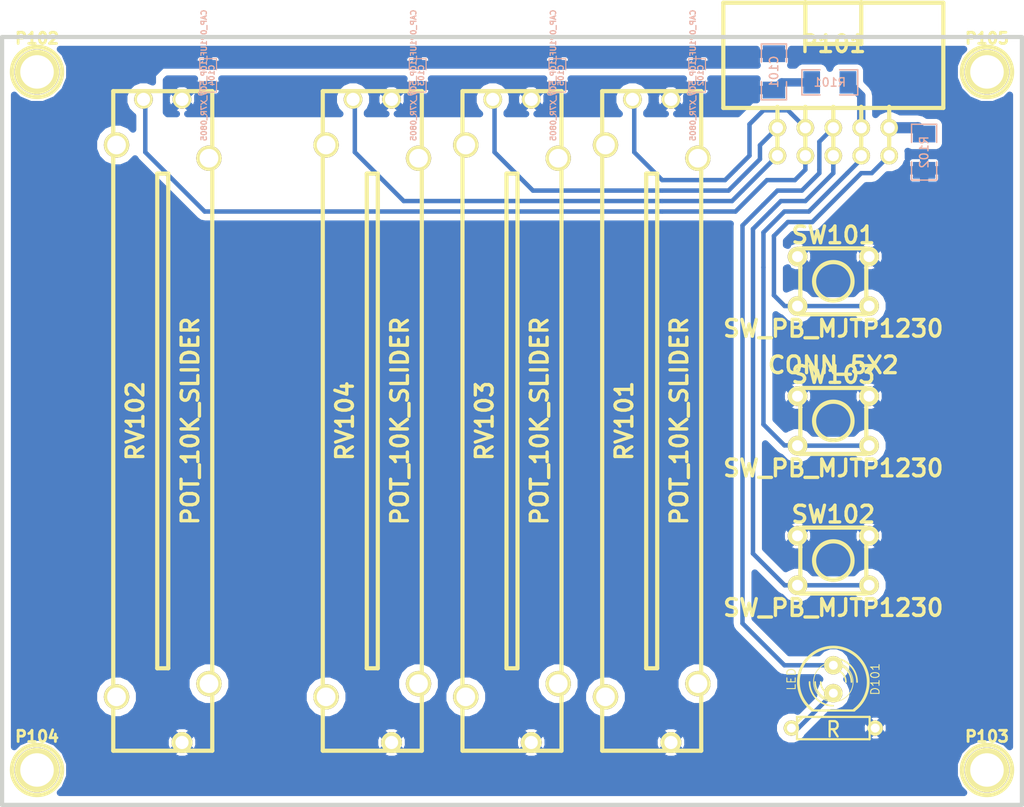
<source format=kicad_pcb>
(kicad_pcb (version 3) (host pcbnew "(2013-mar-13)-testing")

  (general
    (links 35)
    (no_connects 0)
    (area 245.554499 110.934499 338.645501 181.165501)
    (thickness 1.6002)
    (drawings 4)
    (tracks 85)
    (zones 0)
    (modules 21)
    (nets 22)
  )

  (page A3)
  (title_block
    (date "27 mar 2013")
  )

  (layers
    (15 Front signal)
    (0 Back signal)
    (16 B.Adhes user)
    (17 F.Adhes user)
    (18 B.Paste user)
    (19 F.Paste user)
    (20 B.SilkS user)
    (21 F.SilkS user)
    (22 B.Mask user)
    (23 F.Mask user)
    (24 Dwgs.User user)
    (25 Cmts.User user hide)
    (26 Eco1.User user)
    (27 Eco2.User user)
    (28 Edge.Cuts user)
  )

  (setup
    (last_trace_width 1.016)
    (user_trace_width 0.254)
    (user_trace_width 0.4064)
    (user_trace_width 0.508)
    (user_trace_width 0.6096)
    (user_trace_width 0.762)
    (user_trace_width 1.016)
    (user_trace_width 1.27)
    (user_trace_width 1.524)
    (user_trace_width 2.54)
    (trace_clearance 0.254)
    (zone_clearance 0.6096)
    (zone_45_only no)
    (trace_min 0.254)
    (segment_width 0.381)
    (edge_width 0.381)
    (via_size 0.889)
    (via_drill 0.635)
    (via_min_size 0.889)
    (via_min_drill 0.508)
    (uvia_size 0.508)
    (uvia_drill 0.127)
    (uvias_allowed no)
    (uvia_min_size 0.508)
    (uvia_min_drill 0.127)
    (pcb_text_width 0.3048)
    (pcb_text_size 1.524 2.032)
    (mod_edge_width 0.381)
    (mod_text_size 1.524 1.524)
    (mod_text_width 0.3048)
    (pad_size 2.30124 2.30124)
    (pad_drill 1.69926)
    (pad_to_mask_clearance 0.254)
    (aux_axis_origin 0 0)
    (visible_elements 7FFFFFDF)
    (pcbplotparams
      (layerselection 3178497)
      (usegerberextensions true)
      (excludeedgelayer true)
      (linewidth 0.150000)
      (plotframeref false)
      (viasonmask false)
      (mode 1)
      (useauxorigin false)
      (hpglpennumber 1)
      (hpglpenspeed 20)
      (hpglpendiameter 15)
      (hpglpenoverlay 2)
      (psnegative false)
      (psa4output false)
      (plotreference true)
      (plotvalue true)
      (plotothertext true)
      (plotinvisibletext false)
      (padsonsilk false)
      (subtractmaskfromsilk false)
      (outputformat 1)
      (mirror false)
      (drillshape 1)
      (scaleselection 1)
      (outputdirectory ""))
  )

  (net 0 "")
  (net 1 +3.3V)
  (net 2 /AD1)
  (net 3 /AD2)
  (net 4 /AD3)
  (net 5 /AD4)
  (net 6 /SW1)
  (net 7 /SW2)
  (net 8 /SW3)
  (net 9 /SW4)
  (net 10 GND)
  (net 11 N-0000010)
  (net 12 N-0000011)
  (net 13 N-0000012)
  (net 14 N-0000013)
  (net 15 N-0000014)
  (net 16 N-0000016)
  (net 17 N-0000018)
  (net 18 N-0000019)
  (net 19 N-0000020)
  (net 20 N-0000021)
  (net 21 N-000009)

  (net_class Default "This is the default net class."
    (clearance 0.254)
    (trace_width 0.254)
    (via_dia 0.889)
    (via_drill 0.635)
    (uvia_dia 0.508)
    (uvia_drill 0.127)
    (add_net "")
    (add_net +3.3V)
    (add_net /AD1)
    (add_net /AD2)
    (add_net /AD3)
    (add_net /AD4)
    (add_net /SW1)
    (add_net /SW2)
    (add_net /SW3)
    (add_net /SW4)
    (add_net GND)
    (add_net N-0000010)
    (add_net N-0000011)
    (add_net N-0000012)
    (add_net N-0000013)
    (add_net N-0000014)
    (add_net N-0000016)
    (add_net N-0000018)
    (add_net N-0000019)
    (add_net N-0000020)
    (add_net N-0000021)
    (add_net N-000009)
  )

  (module TACT_SW_TH_6x6 (layer Front) (tedit 5078C569) (tstamp 514F70C1)
    (at 321.31 133.35)
    (path /514F190D)
    (fp_text reference SW101 (at 0 -4.20116) (layer F.SilkS)
      (effects (font (thickness 0.3048)))
    )
    (fp_text value SW_PB_MJTP1230 (at 0 4.30022) (layer F.SilkS)
      (effects (font (thickness 0.3048)))
    )
    (fp_line (start -3.2004 1.89992) (end -3.2004 2.60096) (layer F.SilkS) (width 0.381))
    (fp_line (start 3.2004 1.89992) (end 3.2004 2.60096) (layer F.SilkS) (width 0.381))
    (fp_line (start 3.2004 -2.60096) (end 3.2004 -1.89992) (layer F.SilkS) (width 0.381))
    (fp_line (start -3.2004 -1.89992) (end -3.2004 -2.60096) (layer F.SilkS) (width 0.381))
    (fp_circle (center 0 0) (end 1.75006 0) (layer F.SilkS) (width 0.381))
    (fp_line (start -2.99974 -2.99974) (end 2.99974 -2.99974) (layer F.SilkS) (width 0.381))
    (fp_line (start 2.99974 -2.99974) (end 2.99974 2.99974) (layer F.SilkS) (width 0.381))
    (fp_line (start 2.99974 2.99974) (end -2.99974 2.99974) (layer F.SilkS) (width 0.381))
    (fp_line (start -2.99974 2.99974) (end -2.99974 -2.99974) (layer F.SilkS) (width 0.381))
    (pad 1 thru_hole circle (at 3.2512 -2.25044) (size 1.78816 1.78816) (drill 1.00076)
      (layers *.Cu *.Mask F.SilkS)
      (net 10 GND)
    )
    (pad 1 thru_hole circle (at -3.2512 -2.25044) (size 1.78816 1.78816) (drill 1.00076)
      (layers *.Cu *.Mask F.SilkS)
      (net 10 GND)
    )
    (pad 2 thru_hole circle (at -3.2512 2.25044) (size 1.78816 1.78816) (drill 1.00076)
      (layers *.Cu *.Mask F.SilkS)
      (net 9 /SW4)
    )
    (pad 2 thru_hole circle (at 3.2512 2.25044) (size 1.78816 1.78816) (drill 1.00076)
      (layers *.Cu *.Mask F.SilkS)
      (net 9 /SW4)
    )
    (model ../../Kicad_Library/3d/tact_sw_th_6x6.wrl
      (at (xyz 0 0 0))
      (scale (xyz 0.3937 0.3937 0.3937))
      (rotate (xyz -90 0 0))
    )
  )

  (module TACT_SW_TH_6x6 (layer Front) (tedit 5078C569) (tstamp 514F70D2)
    (at 321.31 158.75)
    (path /514F192B)
    (fp_text reference SW102 (at 0 -4.20116) (layer F.SilkS)
      (effects (font (thickness 0.3048)))
    )
    (fp_text value SW_PB_MJTP1230 (at 0 4.30022) (layer F.SilkS)
      (effects (font (thickness 0.3048)))
    )
    (fp_line (start -3.2004 1.89992) (end -3.2004 2.60096) (layer F.SilkS) (width 0.381))
    (fp_line (start 3.2004 1.89992) (end 3.2004 2.60096) (layer F.SilkS) (width 0.381))
    (fp_line (start 3.2004 -2.60096) (end 3.2004 -1.89992) (layer F.SilkS) (width 0.381))
    (fp_line (start -3.2004 -1.89992) (end -3.2004 -2.60096) (layer F.SilkS) (width 0.381))
    (fp_circle (center 0 0) (end 1.75006 0) (layer F.SilkS) (width 0.381))
    (fp_line (start -2.99974 -2.99974) (end 2.99974 -2.99974) (layer F.SilkS) (width 0.381))
    (fp_line (start 2.99974 -2.99974) (end 2.99974 2.99974) (layer F.SilkS) (width 0.381))
    (fp_line (start 2.99974 2.99974) (end -2.99974 2.99974) (layer F.SilkS) (width 0.381))
    (fp_line (start -2.99974 2.99974) (end -2.99974 -2.99974) (layer F.SilkS) (width 0.381))
    (pad 1 thru_hole circle (at 3.2512 -2.25044) (size 1.78816 1.78816) (drill 1.00076)
      (layers *.Cu *.Mask F.SilkS)
      (net 10 GND)
    )
    (pad 1 thru_hole circle (at -3.2512 -2.25044) (size 1.78816 1.78816) (drill 1.00076)
      (layers *.Cu *.Mask F.SilkS)
      (net 10 GND)
    )
    (pad 2 thru_hole circle (at -3.2512 2.25044) (size 1.78816 1.78816) (drill 1.00076)
      (layers *.Cu *.Mask F.SilkS)
      (net 8 /SW3)
    )
    (pad 2 thru_hole circle (at 3.2512 2.25044) (size 1.78816 1.78816) (drill 1.00076)
      (layers *.Cu *.Mask F.SilkS)
      (net 8 /SW3)
    )
    (model ../../Kicad_Library/3d/tact_sw_th_6x6.wrl
      (at (xyz 0 0 0))
      (scale (xyz 0.3937 0.3937 0.3937))
      (rotate (xyz -90 0 0))
    )
  )

  (module TACT_SW_TH_6x6 (layer Front) (tedit 5078C569) (tstamp 514F70E3)
    (at 321.31 146.05)
    (path /514F1934)
    (fp_text reference SW103 (at 0 -4.20116) (layer F.SilkS)
      (effects (font (thickness 0.3048)))
    )
    (fp_text value SW_PB_MJTP1230 (at 0 4.30022) (layer F.SilkS)
      (effects (font (thickness 0.3048)))
    )
    (fp_line (start -3.2004 1.89992) (end -3.2004 2.60096) (layer F.SilkS) (width 0.381))
    (fp_line (start 3.2004 1.89992) (end 3.2004 2.60096) (layer F.SilkS) (width 0.381))
    (fp_line (start 3.2004 -2.60096) (end 3.2004 -1.89992) (layer F.SilkS) (width 0.381))
    (fp_line (start -3.2004 -1.89992) (end -3.2004 -2.60096) (layer F.SilkS) (width 0.381))
    (fp_circle (center 0 0) (end 1.75006 0) (layer F.SilkS) (width 0.381))
    (fp_line (start -2.99974 -2.99974) (end 2.99974 -2.99974) (layer F.SilkS) (width 0.381))
    (fp_line (start 2.99974 -2.99974) (end 2.99974 2.99974) (layer F.SilkS) (width 0.381))
    (fp_line (start 2.99974 2.99974) (end -2.99974 2.99974) (layer F.SilkS) (width 0.381))
    (fp_line (start -2.99974 2.99974) (end -2.99974 -2.99974) (layer F.SilkS) (width 0.381))
    (pad 1 thru_hole circle (at 3.2512 -2.25044) (size 1.78816 1.78816) (drill 1.00076)
      (layers *.Cu *.Mask F.SilkS)
      (net 10 GND)
    )
    (pad 1 thru_hole circle (at -3.2512 -2.25044) (size 1.78816 1.78816) (drill 1.00076)
      (layers *.Cu *.Mask F.SilkS)
      (net 10 GND)
    )
    (pad 2 thru_hole circle (at -3.2512 2.25044) (size 1.78816 1.78816) (drill 1.00076)
      (layers *.Cu *.Mask F.SilkS)
      (net 6 /SW1)
    )
    (pad 2 thru_hole circle (at 3.2512 2.25044) (size 1.78816 1.78816) (drill 1.00076)
      (layers *.Cu *.Mask F.SilkS)
      (net 6 /SW1)
    )
    (model ../../Kicad_Library/3d/tact_sw_th_6x6.wrl
      (at (xyz 0 0 0))
      (scale (xyz 0.3937 0.3937 0.3937))
      (rotate (xyz -90 0 0))
    )
  )

  (module SM1206 (layer Back) (tedit 42806E24) (tstamp 514F7100)
    (at 329.565 121.6025 270)
    (path /514F17CE)
    (attr smd)
    (fp_text reference R102 (at 0 0 270) (layer B.SilkS)
      (effects (font (size 0.762 0.762) (thickness 0.127)) (justify mirror))
    )
    (fp_text value RES_0_0P_1V4_1206 (at 0 0 270) (layer B.SilkS) hide
      (effects (font (size 0.762 0.762) (thickness 0.127)) (justify mirror))
    )
    (fp_line (start -2.54 1.143) (end -2.54 -1.143) (layer B.SilkS) (width 0.127))
    (fp_line (start -2.54 -1.143) (end -0.889 -1.143) (layer B.SilkS) (width 0.127))
    (fp_line (start 0.889 1.143) (end 2.54 1.143) (layer B.SilkS) (width 0.127))
    (fp_line (start 2.54 1.143) (end 2.54 -1.143) (layer B.SilkS) (width 0.127))
    (fp_line (start 2.54 -1.143) (end 0.889 -1.143) (layer B.SilkS) (width 0.127))
    (fp_line (start -0.889 1.143) (end -2.54 1.143) (layer B.SilkS) (width 0.127))
    (pad 1 smd rect (at -1.651 0 270) (size 1.524 2.032)
      (layers Back B.Paste B.Mask)
      (net 16 N-0000016)
    )
    (pad 2 smd rect (at 1.651 0 270) (size 1.524 2.032)
      (layers Back B.Paste B.Mask)
      (net 10 GND)
    )
    (model smd/chip_cms.wrl
      (at (xyz 0 0 0))
      (scale (xyz 0.17 0.16 0.16))
      (rotate (xyz 0 0 0))
    )
  )

  (module SM1206 (layer Back) (tedit 42806E24) (tstamp 514F710C)
    (at 320.9925 115.2525)
    (path /514F1802)
    (attr smd)
    (fp_text reference R101 (at 0 0) (layer B.SilkS)
      (effects (font (size 0.762 0.762) (thickness 0.127)) (justify mirror))
    )
    (fp_text value RES_0_0P_1V4_1206 (at 0 0) (layer B.SilkS) hide
      (effects (font (size 0.762 0.762) (thickness 0.127)) (justify mirror))
    )
    (fp_line (start -2.54 1.143) (end -2.54 -1.143) (layer B.SilkS) (width 0.127))
    (fp_line (start -2.54 -1.143) (end -0.889 -1.143) (layer B.SilkS) (width 0.127))
    (fp_line (start 0.889 1.143) (end 2.54 1.143) (layer B.SilkS) (width 0.127))
    (fp_line (start 2.54 1.143) (end 2.54 -1.143) (layer B.SilkS) (width 0.127))
    (fp_line (start 2.54 -1.143) (end 0.889 -1.143) (layer B.SilkS) (width 0.127))
    (fp_line (start -0.889 1.143) (end -2.54 1.143) (layer B.SilkS) (width 0.127))
    (pad 1 smd rect (at -1.651 0) (size 1.524 2.032)
      (layers Back B.Paste B.Mask)
      (net 1 +3.3V)
    )
    (pad 2 smd rect (at 1.651 0) (size 1.524 2.032)
      (layers Back B.Paste B.Mask)
      (net 21 N-000009)
    )
    (model smd/chip_cms.wrl
      (at (xyz 0 0 0))
      (scale (xyz 0.17 0.16 0.16))
      (rotate (xyz 0 0 0))
    )
  )

  (module SM1206 (layer Back) (tedit 42806E24) (tstamp 514F7118)
    (at 315.9125 114.3 90)
    (path /514F1A5E)
    (attr smd)
    (fp_text reference C101 (at 0 0 90) (layer B.SilkS)
      (effects (font (size 0.762 0.762) (thickness 0.127)) (justify mirror))
    )
    (fp_text value CAP_22UF_20P_10V_X5R_1206 (at 0 0 90) (layer B.SilkS) hide
      (effects (font (size 0.762 0.762) (thickness 0.127)) (justify mirror))
    )
    (fp_line (start -2.54 1.143) (end -2.54 -1.143) (layer B.SilkS) (width 0.127))
    (fp_line (start -2.54 -1.143) (end -0.889 -1.143) (layer B.SilkS) (width 0.127))
    (fp_line (start 0.889 1.143) (end 2.54 1.143) (layer B.SilkS) (width 0.127))
    (fp_line (start 2.54 1.143) (end 2.54 -1.143) (layer B.SilkS) (width 0.127))
    (fp_line (start 2.54 -1.143) (end 0.889 -1.143) (layer B.SilkS) (width 0.127))
    (fp_line (start -0.889 1.143) (end -2.54 1.143) (layer B.SilkS) (width 0.127))
    (pad 1 smd rect (at -1.651 0 90) (size 1.524 2.032)
      (layers Back B.Paste B.Mask)
      (net 1 +3.3V)
    )
    (pad 2 smd rect (at 1.651 0 90) (size 1.524 2.032)
      (layers Back B.Paste B.Mask)
      (net 10 GND)
    )
    (model smd/chip_cms.wrl
      (at (xyz 0 0 0))
      (scale (xyz 0.17 0.16 0.16))
      (rotate (xyz 0 0 0))
    )
  )

  (module SM0805 (layer Back) (tedit 5091495C) (tstamp 514F7125)
    (at 308.9275 114.6175 90)
    (path /514F1A8F)
    (attr smd)
    (fp_text reference C102 (at 0 0.3175 90) (layer B.SilkS)
      (effects (font (size 0.50038 0.50038) (thickness 0.10922)) (justify mirror))
    )
    (fp_text value CAP_0P1UF_10P_50V_X7R_0805 (at 0 -0.381 90) (layer B.SilkS)
      (effects (font (size 0.50038 0.50038) (thickness 0.10922)) (justify mirror))
    )
    (fp_circle (center -1.651 -0.762) (end -1.651 -0.635) (layer B.SilkS) (width 0.09906))
    (fp_line (start -0.508 -0.762) (end -1.524 -0.762) (layer B.SilkS) (width 0.09906))
    (fp_line (start -1.524 -0.762) (end -1.524 0.762) (layer B.SilkS) (width 0.09906))
    (fp_line (start -1.524 0.762) (end -0.508 0.762) (layer B.SilkS) (width 0.09906))
    (fp_line (start 0.508 0.762) (end 1.524 0.762) (layer B.SilkS) (width 0.09906))
    (fp_line (start 1.524 0.762) (end 1.524 -0.762) (layer B.SilkS) (width 0.09906))
    (fp_line (start 1.524 -0.762) (end 0.508 -0.762) (layer B.SilkS) (width 0.09906))
    (pad 1 smd rect (at -0.9525 0 90) (size 0.889 1.397)
      (layers Back B.Paste B.Mask)
      (net 1 +3.3V)
    )
    (pad 2 smd rect (at 0.9525 0 90) (size 0.889 1.397)
      (layers Back B.Paste B.Mask)
      (net 10 GND)
    )
    (model smd/chip_cms.wrl
      (at (xyz 0 0 0))
      (scale (xyz 0.1 0.1 0.1))
      (rotate (xyz 0 0 0))
    )
  )

  (module SM0805 (layer Back) (tedit 5091495C) (tstamp 514F7132)
    (at 264.4775 114.6175 90)
    (path /514F1AC3)
    (attr smd)
    (fp_text reference C104 (at 0 0.3175 90) (layer B.SilkS)
      (effects (font (size 0.50038 0.50038) (thickness 0.10922)) (justify mirror))
    )
    (fp_text value CAP_0P1UF_10P_50V_X7R_0805 (at 0 -0.381 90) (layer B.SilkS)
      (effects (font (size 0.50038 0.50038) (thickness 0.10922)) (justify mirror))
    )
    (fp_circle (center -1.651 -0.762) (end -1.651 -0.635) (layer B.SilkS) (width 0.09906))
    (fp_line (start -0.508 -0.762) (end -1.524 -0.762) (layer B.SilkS) (width 0.09906))
    (fp_line (start -1.524 -0.762) (end -1.524 0.762) (layer B.SilkS) (width 0.09906))
    (fp_line (start -1.524 0.762) (end -0.508 0.762) (layer B.SilkS) (width 0.09906))
    (fp_line (start 0.508 0.762) (end 1.524 0.762) (layer B.SilkS) (width 0.09906))
    (fp_line (start 1.524 0.762) (end 1.524 -0.762) (layer B.SilkS) (width 0.09906))
    (fp_line (start 1.524 -0.762) (end 0.508 -0.762) (layer B.SilkS) (width 0.09906))
    (pad 1 smd rect (at -0.9525 0 90) (size 0.889 1.397)
      (layers Back B.Paste B.Mask)
      (net 1 +3.3V)
    )
    (pad 2 smd rect (at 0.9525 0 90) (size 0.889 1.397)
      (layers Back B.Paste B.Mask)
      (net 10 GND)
    )
    (model smd/chip_cms.wrl
      (at (xyz 0 0 0))
      (scale (xyz 0.1 0.1 0.1))
      (rotate (xyz 0 0 0))
    )
  )

  (module SM0805 (layer Back) (tedit 5091495C) (tstamp 514F713F)
    (at 296.2275 114.6175 90)
    (path /514F1ACE)
    (attr smd)
    (fp_text reference C105 (at 0 0.3175 90) (layer B.SilkS)
      (effects (font (size 0.50038 0.50038) (thickness 0.10922)) (justify mirror))
    )
    (fp_text value CAP_0P1UF_10P_50V_X7R_0805 (at 0 -0.381 90) (layer B.SilkS)
      (effects (font (size 0.50038 0.50038) (thickness 0.10922)) (justify mirror))
    )
    (fp_circle (center -1.651 -0.762) (end -1.651 -0.635) (layer B.SilkS) (width 0.09906))
    (fp_line (start -0.508 -0.762) (end -1.524 -0.762) (layer B.SilkS) (width 0.09906))
    (fp_line (start -1.524 -0.762) (end -1.524 0.762) (layer B.SilkS) (width 0.09906))
    (fp_line (start -1.524 0.762) (end -0.508 0.762) (layer B.SilkS) (width 0.09906))
    (fp_line (start 0.508 0.762) (end 1.524 0.762) (layer B.SilkS) (width 0.09906))
    (fp_line (start 1.524 0.762) (end 1.524 -0.762) (layer B.SilkS) (width 0.09906))
    (fp_line (start 1.524 -0.762) (end 0.508 -0.762) (layer B.SilkS) (width 0.09906))
    (pad 1 smd rect (at -0.9525 0 90) (size 0.889 1.397)
      (layers Back B.Paste B.Mask)
      (net 1 +3.3V)
    )
    (pad 2 smd rect (at 0.9525 0 90) (size 0.889 1.397)
      (layers Back B.Paste B.Mask)
      (net 10 GND)
    )
    (model smd/chip_cms.wrl
      (at (xyz 0 0 0))
      (scale (xyz 0.1 0.1 0.1))
      (rotate (xyz 0 0 0))
    )
  )

  (module SM0805 (layer Back) (tedit 5091495C) (tstamp 514F714C)
    (at 283.5275 114.6175 90)
    (path /514F1AD9)
    (attr smd)
    (fp_text reference C103 (at 0 0.3175 90) (layer B.SilkS)
      (effects (font (size 0.50038 0.50038) (thickness 0.10922)) (justify mirror))
    )
    (fp_text value CAP_0P1UF_10P_50V_X7R_0805 (at 0 -0.381 90) (layer B.SilkS)
      (effects (font (size 0.50038 0.50038) (thickness 0.10922)) (justify mirror))
    )
    (fp_circle (center -1.651 -0.762) (end -1.651 -0.635) (layer B.SilkS) (width 0.09906))
    (fp_line (start -0.508 -0.762) (end -1.524 -0.762) (layer B.SilkS) (width 0.09906))
    (fp_line (start -1.524 -0.762) (end -1.524 0.762) (layer B.SilkS) (width 0.09906))
    (fp_line (start -1.524 0.762) (end -0.508 0.762) (layer B.SilkS) (width 0.09906))
    (fp_line (start 0.508 0.762) (end 1.524 0.762) (layer B.SilkS) (width 0.09906))
    (fp_line (start 1.524 0.762) (end 1.524 -0.762) (layer B.SilkS) (width 0.09906))
    (fp_line (start 1.524 -0.762) (end 0.508 -0.762) (layer B.SilkS) (width 0.09906))
    (pad 1 smd rect (at -0.9525 0 90) (size 0.889 1.397)
      (layers Back B.Paste B.Mask)
      (net 1 +3.3V)
    )
    (pad 2 smd rect (at 0.9525 0 90) (size 0.889 1.397)
      (layers Back B.Paste B.Mask)
      (net 10 GND)
    )
    (model smd/chip_cms.wrl
      (at (xyz 0 0 0))
      (scale (xyz 0.1 0.1 0.1))
      (rotate (xyz 0 0 0))
    )
  )

  (module POT_PTA43 (layer Front) (tedit 514F1CF5) (tstamp 514F715F)
    (at 304.8 146.05 270)
    (path /514F1C4E)
    (fp_text reference RV101 (at 0 2.49936 270) (layer F.SilkS)
      (effects (font (thickness 0.3048)))
    )
    (fp_text value POT_10K_SLIDER (at 0 -2.49936 270) (layer F.SilkS)
      (effects (font (thickness 0.3048)))
    )
    (fp_line (start 22.49932 -0.50038) (end -22.49932 -0.50038) (layer F.SilkS) (width 0.381))
    (fp_line (start -22.49932 -0.50038) (end -22.49932 0.50038) (layer F.SilkS) (width 0.381))
    (fp_line (start -22.49932 0.50038) (end 22.49932 0.50038) (layer F.SilkS) (width 0.381))
    (fp_line (start 22.49932 0.50038) (end 22.49932 -0.50038) (layer F.SilkS) (width 0.381))
    (fp_line (start 29.99994 -4.50088) (end 29.99994 4.50088) (layer F.SilkS) (width 0.381))
    (fp_line (start 29.99994 4.50088) (end -29.99994 4.50088) (layer F.SilkS) (width 0.381))
    (fp_line (start -29.99994 4.50088) (end -29.99994 -4.50088) (layer F.SilkS) (width 0.381))
    (fp_line (start -29.99994 -4.50088) (end 29.99994 -4.50088) (layer F.SilkS) (width 0.381))
    (pad 1 thru_hole circle (at -29.25064 -1.75006 270) (size 1.69926 1.69926) (drill 1.19888)
      (layers *.Cu *.Mask F.SilkS)
      (net 1 +3.3V)
    )
    (pad 2 thru_hole circle (at -29.25064 1.75006 270) (size 1.69926 1.69926) (drill 1.19888)
      (layers *.Cu *.Mask F.SilkS)
      (net 17 N-0000018)
    )
    (pad "" thru_hole circle (at -23.89886 -4.20116 270) (size 2.30124 2.30124) (drill 1.69926)
      (layers *.Cu *.Mask F.SilkS)
    )
    (pad "" thru_hole circle (at 23.89886 -4.20116 270) (size 2.30124 2.30124) (drill 1.69926)
      (layers *.Cu *.Mask F.SilkS)
    )
    (pad "" thru_hole circle (at -25.10028 4.20116 270) (size 2.30124 2.30124) (drill 1.69926)
      (layers *.Cu *.Mask F.SilkS)
    )
    (pad "" thru_hole circle (at 25.10028 4.20116 270) (size 2.30124 2.30124) (drill 1.69926)
      (layers *.Cu *.Mask F.SilkS)
    )
    (pad 3 thru_hole circle (at 29.25064 -1.75006 270) (size 1.89992 1.89992) (drill 1.19888)
      (layers *.Cu *.Mask F.SilkS)
      (net 10 GND)
    )
  )

  (module POT_PTA43 (layer Front) (tedit 514F1CF5) (tstamp 514F7172)
    (at 260.35 146.05 270)
    (path /514F1C82)
    (fp_text reference RV102 (at 0 2.49936 270) (layer F.SilkS)
      (effects (font (thickness 0.3048)))
    )
    (fp_text value POT_10K_SLIDER (at 0 -2.49936 270) (layer F.SilkS)
      (effects (font (thickness 0.3048)))
    )
    (fp_line (start 22.49932 -0.50038) (end -22.49932 -0.50038) (layer F.SilkS) (width 0.381))
    (fp_line (start -22.49932 -0.50038) (end -22.49932 0.50038) (layer F.SilkS) (width 0.381))
    (fp_line (start -22.49932 0.50038) (end 22.49932 0.50038) (layer F.SilkS) (width 0.381))
    (fp_line (start 22.49932 0.50038) (end 22.49932 -0.50038) (layer F.SilkS) (width 0.381))
    (fp_line (start 29.99994 -4.50088) (end 29.99994 4.50088) (layer F.SilkS) (width 0.381))
    (fp_line (start 29.99994 4.50088) (end -29.99994 4.50088) (layer F.SilkS) (width 0.381))
    (fp_line (start -29.99994 4.50088) (end -29.99994 -4.50088) (layer F.SilkS) (width 0.381))
    (fp_line (start -29.99994 -4.50088) (end 29.99994 -4.50088) (layer F.SilkS) (width 0.381))
    (pad 1 thru_hole circle (at -29.25064 -1.75006 270) (size 1.69926 1.69926) (drill 1.19888)
      (layers *.Cu *.Mask F.SilkS)
      (net 1 +3.3V)
    )
    (pad 2 thru_hole circle (at -29.25064 1.75006 270) (size 1.69926 1.69926) (drill 1.19888)
      (layers *.Cu *.Mask F.SilkS)
      (net 18 N-0000019)
    )
    (pad "" thru_hole circle (at -23.89886 -4.20116 270) (size 2.30124 2.30124) (drill 1.69926)
      (layers *.Cu *.Mask F.SilkS)
    )
    (pad "" thru_hole circle (at 23.89886 -4.20116 270) (size 2.30124 2.30124) (drill 1.69926)
      (layers *.Cu *.Mask F.SilkS)
    )
    (pad "" thru_hole circle (at -25.10028 4.20116 270) (size 2.30124 2.30124) (drill 1.69926)
      (layers *.Cu *.Mask F.SilkS)
    )
    (pad "" thru_hole circle (at 25.10028 4.20116 270) (size 2.30124 2.30124) (drill 1.69926)
      (layers *.Cu *.Mask F.SilkS)
    )
    (pad 3 thru_hole circle (at 29.25064 -1.75006 270) (size 1.89992 1.89992) (drill 1.19888)
      (layers *.Cu *.Mask F.SilkS)
      (net 10 GND)
    )
  )

  (module POT_PTA43 (layer Front) (tedit 514F1CF5) (tstamp 514F7185)
    (at 292.1 146.05 270)
    (path /514F1C8D)
    (fp_text reference RV103 (at 0 2.49936 270) (layer F.SilkS)
      (effects (font (thickness 0.3048)))
    )
    (fp_text value POT_10K_SLIDER (at 0 -2.49936 270) (layer F.SilkS)
      (effects (font (thickness 0.3048)))
    )
    (fp_line (start 22.49932 -0.50038) (end -22.49932 -0.50038) (layer F.SilkS) (width 0.381))
    (fp_line (start -22.49932 -0.50038) (end -22.49932 0.50038) (layer F.SilkS) (width 0.381))
    (fp_line (start -22.49932 0.50038) (end 22.49932 0.50038) (layer F.SilkS) (width 0.381))
    (fp_line (start 22.49932 0.50038) (end 22.49932 -0.50038) (layer F.SilkS) (width 0.381))
    (fp_line (start 29.99994 -4.50088) (end 29.99994 4.50088) (layer F.SilkS) (width 0.381))
    (fp_line (start 29.99994 4.50088) (end -29.99994 4.50088) (layer F.SilkS) (width 0.381))
    (fp_line (start -29.99994 4.50088) (end -29.99994 -4.50088) (layer F.SilkS) (width 0.381))
    (fp_line (start -29.99994 -4.50088) (end 29.99994 -4.50088) (layer F.SilkS) (width 0.381))
    (pad 1 thru_hole circle (at -29.25064 -1.75006 270) (size 1.69926 1.69926) (drill 1.19888)
      (layers *.Cu *.Mask F.SilkS)
      (net 1 +3.3V)
    )
    (pad 2 thru_hole circle (at -29.25064 1.75006 270) (size 1.69926 1.69926) (drill 1.19888)
      (layers *.Cu *.Mask F.SilkS)
      (net 19 N-0000020)
    )
    (pad "" thru_hole circle (at -23.89886 -4.20116 270) (size 2.30124 2.30124) (drill 1.69926)
      (layers *.Cu *.Mask F.SilkS)
    )
    (pad "" thru_hole circle (at 23.89886 -4.20116 270) (size 2.30124 2.30124) (drill 1.69926)
      (layers *.Cu *.Mask F.SilkS)
    )
    (pad "" thru_hole circle (at -25.10028 4.20116 270) (size 2.30124 2.30124) (drill 1.69926)
      (layers *.Cu *.Mask F.SilkS)
    )
    (pad "" thru_hole circle (at 25.10028 4.20116 270) (size 2.30124 2.30124) (drill 1.69926)
      (layers *.Cu *.Mask F.SilkS)
    )
    (pad 3 thru_hole circle (at 29.25064 -1.75006 270) (size 1.89992 1.89992) (drill 1.19888)
      (layers *.Cu *.Mask F.SilkS)
      (net 10 GND)
    )
  )

  (module POT_PTA43 (layer Front) (tedit 514F1CF5) (tstamp 514F7198)
    (at 279.4 146.05 270)
    (path /514F1C98)
    (fp_text reference RV104 (at 0 2.49936 270) (layer F.SilkS)
      (effects (font (thickness 0.3048)))
    )
    (fp_text value POT_10K_SLIDER (at 0 -2.49936 270) (layer F.SilkS)
      (effects (font (thickness 0.3048)))
    )
    (fp_line (start 22.49932 -0.50038) (end -22.49932 -0.50038) (layer F.SilkS) (width 0.381))
    (fp_line (start -22.49932 -0.50038) (end -22.49932 0.50038) (layer F.SilkS) (width 0.381))
    (fp_line (start -22.49932 0.50038) (end 22.49932 0.50038) (layer F.SilkS) (width 0.381))
    (fp_line (start 22.49932 0.50038) (end 22.49932 -0.50038) (layer F.SilkS) (width 0.381))
    (fp_line (start 29.99994 -4.50088) (end 29.99994 4.50088) (layer F.SilkS) (width 0.381))
    (fp_line (start 29.99994 4.50088) (end -29.99994 4.50088) (layer F.SilkS) (width 0.381))
    (fp_line (start -29.99994 4.50088) (end -29.99994 -4.50088) (layer F.SilkS) (width 0.381))
    (fp_line (start -29.99994 -4.50088) (end 29.99994 -4.50088) (layer F.SilkS) (width 0.381))
    (pad 1 thru_hole circle (at -29.25064 -1.75006 270) (size 1.69926 1.69926) (drill 1.19888)
      (layers *.Cu *.Mask F.SilkS)
      (net 1 +3.3V)
    )
    (pad 2 thru_hole circle (at -29.25064 1.75006 270) (size 1.69926 1.69926) (drill 1.19888)
      (layers *.Cu *.Mask F.SilkS)
      (net 20 N-0000021)
    )
    (pad "" thru_hole circle (at -23.89886 -4.20116 270) (size 2.30124 2.30124) (drill 1.69926)
      (layers *.Cu *.Mask F.SilkS)
    )
    (pad "" thru_hole circle (at 23.89886 -4.20116 270) (size 2.30124 2.30124) (drill 1.69926)
      (layers *.Cu *.Mask F.SilkS)
    )
    (pad "" thru_hole circle (at -25.10028 4.20116 270) (size 2.30124 2.30124) (drill 1.69926)
      (layers *.Cu *.Mask F.SilkS)
    )
    (pad "" thru_hole circle (at 25.10028 4.20116 270) (size 2.30124 2.30124) (drill 1.69926)
      (layers *.Cu *.Mask F.SilkS)
    )
    (pad 3 thru_hole circle (at 29.25064 -1.75006 270) (size 1.89992 1.89992) (drill 1.19888)
      (layers *.Cu *.Mask F.SilkS)
      (net 10 GND)
    )
  )

  (module HDR_2x5_RA_IDC (layer Front) (tedit 506F9B51) (tstamp 514F71B2)
    (at 321.31 120.65 180)
    (path /514F172C)
    (fp_text reference P101 (at 0 8.89 180) (layer F.SilkS)
      (effects (font (thickness 0.3048)))
    )
    (fp_text value CONN_5X2 (at 0 -20.32 180) (layer F.SilkS)
      (effects (font (thickness 0.3048)))
    )
    (fp_line (start 5.08 3.175) (end 5.08 -1.27) (layer F.SilkS) (width 0.381))
    (fp_line (start 2.54 3.175) (end 2.54 -1.27) (layer F.SilkS) (width 0.381))
    (fp_line (start 0 3.175) (end 0 -1.27) (layer F.SilkS) (width 0.381))
    (fp_line (start -2.54 3.175) (end -2.54 -1.27) (layer F.SilkS) (width 0.381))
    (fp_line (start -5.08 3.175) (end -5.08 -1.27) (layer F.SilkS) (width 0.381))
    (fp_line (start -2.54 12.7) (end -2.54 8.89) (layer F.SilkS) (width 0.381))
    (fp_line (start -2.54 8.89) (end 2.54 8.89) (layer F.SilkS) (width 0.381))
    (fp_line (start 2.54 8.89) (end 2.54 12.7) (layer F.SilkS) (width 0.381))
    (fp_line (start -9.99998 12.63904) (end 9.99998 12.63904) (layer F.SilkS) (width 0.381))
    (fp_line (start -9.99998 3.07086) (end -9.99998 12.63904) (layer F.SilkS) (width 0.381))
    (fp_line (start 9.99998 3.07086) (end 9.99998 12.63904) (layer F.SilkS) (width 0.381))
    (fp_line (start -9.99998 3.07086) (end 9.99998 3.07086) (layer F.SilkS) (width 0.381))
    (pad 1 thru_hole circle (at 5.08 -1.27 180) (size 1.6002 1.6002) (drill 1.02108)
      (layers *.Cu *.Mask F.SilkS)
      (net 3 /AD2)
    )
    (pad 2 thru_hole circle (at 5.08 1.27 180) (size 1.6002 1.6002) (drill 1.02108)
      (layers *.Cu *.Mask F.SilkS)
      (net 2 /AD1)
    )
    (pad 3 thru_hole circle (at 2.54 -1.27 180) (size 1.6002 1.6002) (drill 1.02108)
      (layers *.Cu *.Mask F.SilkS)
      (net 5 /AD4)
    )
    (pad 4 thru_hole circle (at 2.54 1.27 180) (size 1.6002 1.6002) (drill 1.02108)
      (layers *.Cu *.Mask F.SilkS)
      (net 4 /AD3)
    )
    (pad 5 thru_hole circle (at 0 -1.27 180) (size 1.6002 1.6002) (drill 1.02108)
      (layers *.Cu *.Mask F.SilkS)
      (net 8 /SW3)
    )
    (pad 6 thru_hole circle (at 0 1.27 180) (size 1.6002 1.6002) (drill 1.02108)
      (layers *.Cu *.Mask F.SilkS)
      (net 7 /SW2)
    )
    (pad 7 thru_hole circle (at -2.54 -1.27 180) (size 1.6002 1.6002) (drill 1.02108)
      (layers *.Cu *.Mask F.SilkS)
      (net 6 /SW1)
    )
    (pad 8 thru_hole circle (at -2.54 1.27 180) (size 1.6002 1.6002) (drill 1.02108)
      (layers *.Cu *.Mask F.SilkS)
      (net 21 N-000009)
    )
    (pad 9 thru_hole circle (at -5.08 -1.27 180) (size 1.6002 1.6002) (drill 1.02108)
      (layers *.Cu *.Mask F.SilkS)
      (net 9 /SW4)
    )
    (pad 10 thru_hole circle (at -5.08 1.27 180) (size 1.6002 1.6002) (drill 1.02108)
      (layers *.Cu *.Mask F.SilkS)
      (net 16 N-0000016)
    )
  )

  (module R3 (layer Front) (tedit 4E4C0E65) (tstamp 514F745C)
    (at 321.31 173.99)
    (descr "Resitance 3 pas")
    (tags R)
    (path /514F7462)
    (autoplace_cost180 10)
    (fp_text reference R103 (at 0 0.127) (layer F.SilkS) hide
      (effects (font (size 1.397 1.27) (thickness 0.2032)))
    )
    (fp_text value R (at 0 0.127) (layer F.SilkS)
      (effects (font (size 1.397 1.27) (thickness 0.2032)))
    )
    (fp_line (start -3.81 0) (end -3.302 0) (layer F.SilkS) (width 0.2032))
    (fp_line (start 3.81 0) (end 3.302 0) (layer F.SilkS) (width 0.2032))
    (fp_line (start 3.302 0) (end 3.302 -1.016) (layer F.SilkS) (width 0.2032))
    (fp_line (start 3.302 -1.016) (end -3.302 -1.016) (layer F.SilkS) (width 0.2032))
    (fp_line (start -3.302 -1.016) (end -3.302 1.016) (layer F.SilkS) (width 0.2032))
    (fp_line (start -3.302 1.016) (end 3.302 1.016) (layer F.SilkS) (width 0.2032))
    (fp_line (start 3.302 1.016) (end 3.302 0) (layer F.SilkS) (width 0.2032))
    (fp_line (start -3.302 -0.508) (end -2.794 -1.016) (layer F.SilkS) (width 0.2032))
    (pad 1 thru_hole circle (at -3.81 0) (size 1.397 1.397) (drill 0.8128)
      (layers *.Cu *.Mask F.SilkS)
      (net 11 N-0000010)
    )
    (pad 2 thru_hole circle (at 3.81 0) (size 1.397 1.397) (drill 0.8128)
      (layers *.Cu *.Mask F.SilkS)
      (net 10 GND)
    )
    (model discret/resistor.wrl
      (at (xyz 0 0 0))
      (scale (xyz 0.3 0.3 0.3))
      (rotate (xyz 0 0 0))
    )
  )

  (module LED-5MM (layer Front) (tedit 50ADE86B) (tstamp 514F746B)
    (at 321.31 169.545 270)
    (descr "LED 5mm - Lead pitch 100mil (2,54mm)")
    (tags "LED led 5mm 5MM 100mil 2,54mm")
    (path /514F7453)
    (fp_text reference D101 (at 0 -3.81 270) (layer F.SilkS)
      (effects (font (size 0.762 0.762) (thickness 0.0889)))
    )
    (fp_text value LED (at 0 3.81 270) (layer F.SilkS)
      (effects (font (size 0.762 0.762) (thickness 0.0889)))
    )
    (fp_line (start 2.8448 1.905) (end 2.8448 -1.905) (layer F.SilkS) (width 0.2032))
    (fp_circle (center 0.254 0) (end -1.016 1.27) (layer F.SilkS) (width 0.0762))
    (fp_arc (start 0.254 0) (end 2.794 1.905) (angle 286.2) (layer F.SilkS) (width 0.254))
    (fp_arc (start 0.254 0) (end -0.889 0) (angle 90) (layer F.SilkS) (width 0.1524))
    (fp_arc (start 0.254 0) (end 1.397 0) (angle 90) (layer F.SilkS) (width 0.1524))
    (fp_arc (start 0.254 0) (end -1.397 0) (angle 90) (layer F.SilkS) (width 0.1524))
    (fp_arc (start 0.254 0) (end 1.905 0) (angle 90) (layer F.SilkS) (width 0.1524))
    (fp_arc (start 0.254 0) (end -1.905 0) (angle 90) (layer F.SilkS) (width 0.1524))
    (fp_arc (start 0.254 0) (end 2.413 0) (angle 90) (layer F.SilkS) (width 0.1524))
    (pad 1 thru_hole circle (at -1.27 0 270) (size 1.6764 1.6764) (drill 0.8128)
      (layers *.Cu *.Mask F.SilkS)
      (net 7 /SW2)
    )
    (pad 2 thru_hole circle (at 1.27 0 270) (size 1.6764 1.6764) (drill 0.8128)
      (layers *.Cu *.Mask F.SilkS)
      (net 11 N-0000010)
    )
    (model discret/leds/led5_vertical_verde.wrl
      (at (xyz 0 0 0))
      (scale (xyz 1 1 1))
      (rotate (xyz 0 0 0))
    )
  )

  (module 1pin (layer Front) (tedit 200000) (tstamp 514F781B)
    (at 248.92 114.3)
    (descr "module 1 pin (ou trou mecanique de percage)")
    (tags DEV)
    (path /514F74F3)
    (fp_text reference P102 (at 0 -3.048) (layer F.SilkS)
      (effects (font (size 1.016 1.016) (thickness 0.254)))
    )
    (fp_text value CONN_1 (at 0 2.794) (layer F.SilkS) hide
      (effects (font (size 1.016 1.016) (thickness 0.254)))
    )
    (fp_circle (center 0 0) (end 0 -2.286) (layer F.SilkS) (width 0.381))
    (pad 1 thru_hole circle (at 0 0) (size 4.064 4.064) (drill 3.048)
      (layers *.Cu *.Mask F.SilkS)
      (net 12 N-0000011)
    )
  )

  (module 1pin (layer Front) (tedit 200000) (tstamp 514F7821)
    (at 335.28 177.8)
    (descr "module 1 pin (ou trou mecanique de percage)")
    (tags DEV)
    (path /514F7500)
    (fp_text reference P103 (at 0 -3.048) (layer F.SilkS)
      (effects (font (size 1.016 1.016) (thickness 0.254)))
    )
    (fp_text value CONN_1 (at 0 2.794) (layer F.SilkS) hide
      (effects (font (size 1.016 1.016) (thickness 0.254)))
    )
    (fp_circle (center 0 0) (end 0 -2.286) (layer F.SilkS) (width 0.381))
    (pad 1 thru_hole circle (at 0 0) (size 4.064 4.064) (drill 3.048)
      (layers *.Cu *.Mask F.SilkS)
      (net 13 N-0000012)
    )
  )

  (module 1pin (layer Front) (tedit 200000) (tstamp 514F7827)
    (at 248.92 177.8)
    (descr "module 1 pin (ou trou mecanique de percage)")
    (tags DEV)
    (path /514F7506)
    (fp_text reference P104 (at 0 -3.048) (layer F.SilkS)
      (effects (font (size 1.016 1.016) (thickness 0.254)))
    )
    (fp_text value CONN_1 (at 0 2.794) (layer F.SilkS) hide
      (effects (font (size 1.016 1.016) (thickness 0.254)))
    )
    (fp_circle (center 0 0) (end 0 -2.286) (layer F.SilkS) (width 0.381))
    (pad 1 thru_hole circle (at 0 0) (size 4.064 4.064) (drill 3.048)
      (layers *.Cu *.Mask F.SilkS)
      (net 14 N-0000013)
    )
  )

  (module 1pin (layer Front) (tedit 200000) (tstamp 514F782D)
    (at 335.28 114.3)
    (descr "module 1 pin (ou trou mecanique de percage)")
    (tags DEV)
    (path /514F750C)
    (fp_text reference P105 (at 0 -3.048) (layer F.SilkS)
      (effects (font (size 1.016 1.016) (thickness 0.254)))
    )
    (fp_text value CONN_1 (at 0 2.794) (layer F.SilkS) hide
      (effects (font (size 1.016 1.016) (thickness 0.254)))
    )
    (fp_circle (center 0 0) (end 0 -2.286) (layer F.SilkS) (width 0.381))
    (pad 1 thru_hole circle (at 0 0) (size 4.064 4.064) (drill 3.048)
      (layers *.Cu *.Mask F.SilkS)
      (net 15 N-0000014)
    )
  )

  (gr_line (start 245.745 180.975) (end 245.745 111.125) (angle 90) (layer Edge.Cuts) (width 0.381))
  (gr_line (start 338.455 180.975) (end 245.745 180.975) (angle 90) (layer Edge.Cuts) (width 0.381))
  (gr_line (start 338.455 111.125) (end 338.455 180.975) (angle 90) (layer Edge.Cuts) (width 0.381))
  (gr_line (start 245.745 111.125) (end 338.455 111.125) (angle 90) (layer Edge.Cuts) (width 0.381))

  (segment (start 319.3415 115.2525) (end 316.611 115.2525) (width 0.762) (layer Back) (net 1))
  (segment (start 316.611 115.2525) (end 315.9125 115.951) (width 0.762) (layer Back) (net 1) (tstamp 514F8061))
  (segment (start 312.7375 124.1425) (end 311.785 125.095) (width 0.4064) (layer Back) (net 2))
  (segment (start 314.6425 120.9675) (end 314.6425 122.2375) (width 0.4064) (layer Back) (net 2) (tstamp 514F7A12))
  (segment (start 314.6425 122.2375) (end 312.7375 124.1425) (width 0.4064) (layer Back) (net 2) (tstamp 514F7A13))
  (segment (start 316.23 119.38) (end 314.6425 120.9675) (width 0.4064) (layer Back) (net 2))
  (segment (start 311.785 125.095) (end 305.7525 125.095) (width 0.4064) (layer Back) (net 2) (tstamp 514F7A20))
  (segment (start 305.7525 125.095) (end 294.005 125.095) (width 0.4064) (layer Back) (net 2))
  (segment (start 313.055 125.095) (end 312.1025 126.0475) (width 0.4064) (layer Back) (net 3))
  (segment (start 316.23 121.92) (end 313.055 125.095) (width 0.4064) (layer Back) (net 3))
  (segment (start 312.1025 126.0475) (end 305.7525 126.0475) (width 0.4064) (layer Back) (net 3) (tstamp 514F7A23))
  (segment (start 305.7525 126.0475) (end 282.2575 126.0475) (width 0.4064) (layer Back) (net 3))
  (segment (start 318.77 119.38) (end 317.5 118.11) (width 0.4064) (layer Back) (net 4))
  (segment (start 317.5 118.11) (end 317.1825 117.7925) (width 0.4064) (layer Back) (net 4) (tstamp 514F7A16))
  (segment (start 317.1825 117.7925) (end 314.96 117.7925) (width 0.4064) (layer Back) (net 4) (tstamp 514F7A17))
  (segment (start 318.77 123.19) (end 317.8175 124.1425) (width 0.4064) (layer Back) (net 5) (tstamp 514F7A0A))
  (segment (start 317.8175 124.1425) (end 315.2775 124.1425) (width 0.4064) (layer Back) (net 5) (tstamp 514F7A0B))
  (segment (start 318.77 121.92) (end 318.77 123.19) (width 0.4064) (layer Back) (net 5))
  (segment (start 315.2775 124.1425) (end 312.42 127) (width 0.4064) (layer Back) (net 5) (tstamp 514F7A0C))
  (segment (start 323.85 121.92) (end 323.85 122.2375) (width 0.4064) (layer Back) (net 6))
  (segment (start 316.865 148.2725) (end 318.03086 148.2725) (width 0.4064) (layer Back) (net 6) (tstamp 514F79D5))
  (segment (start 318.03086 148.2725) (end 318.0588 148.30044) (width 0.4064) (layer Back) (net 6) (tstamp 514F79D6))
  (segment (start 314.96 146.3675) (end 314.96 132.08) (width 0.4064) (layer Back) (net 6))
  (segment (start 322.58 123.5075) (end 319.0875 127) (width 0.4064) (layer Back) (net 6) (tstamp 514F79BA))
  (segment (start 319.0875 127) (end 316.865 127) (width 0.4064) (layer Back) (net 6) (tstamp 514F79BB))
  (segment (start 316.865 127) (end 314.96 128.905) (width 0.4064) (layer Back) (net 6) (tstamp 514F79BC))
  (segment (start 314.96 128.905) (end 314.96 132.08) (width 0.4064) (layer Back) (net 6) (tstamp 514F79BE))
  (segment (start 314.96 146.3675) (end 316.865 148.2725) (width 0.4064) (layer Back) (net 6))
  (segment (start 323.85 122.2375) (end 322.58 123.5075) (width 0.4064) (layer Back) (net 6) (tstamp 514F7B32))
  (segment (start 318.0588 148.30044) (end 324.5612 148.30044) (width 0.4064) (layer Back) (net 6))
  (segment (start 314.96 126.365) (end 313.3725 127.9525) (width 0.4064) (layer Back) (net 7))
  (segment (start 320.04 123.5075) (end 318.4525 125.095) (width 0.4064) (layer Back) (net 7) (tstamp 514F79CA))
  (segment (start 318.4525 125.095) (end 316.23 125.095) (width 0.4064) (layer Back) (net 7) (tstamp 514F79CB))
  (segment (start 316.23 125.095) (end 314.96 126.365) (width 0.4064) (layer Back) (net 7) (tstamp 514F79CC))
  (segment (start 320.04 120.65) (end 320.04 123.19) (width 0.4064) (layer Back) (net 7) (tstamp 514F7977))
  (segment (start 321.31 119.38) (end 320.04 120.65) (width 0.4064) (layer Back) (net 7))
  (segment (start 320.04 123.19) (end 320.04 123.5075) (width 0.4064) (layer Back) (net 7))
  (segment (start 316.865 168.275) (end 321.31 168.275) (width 0.4064) (layer Back) (net 7) (tstamp 514F79E3))
  (segment (start 313.055 164.465) (end 316.865 168.275) (width 0.4064) (layer Back) (net 7) (tstamp 514F79E1))
  (segment (start 313.055 128.27) (end 313.055 164.465) (width 0.4064) (layer Back) (net 7) (tstamp 514F79E0))
  (segment (start 313.3725 127.9525) (end 313.055 128.27) (width 0.4064) (layer Back) (net 7) (tstamp 514F79DF))
  (segment (start 318.0588 161.00044) (end 324.5612 161.00044) (width 0.4064) (layer Back) (net 8))
  (segment (start 315.595 127) (end 314.0075 128.5875) (width 0.4064) (layer Back) (net 8))
  (segment (start 321.31 123.5075) (end 318.77 126.0475) (width 0.4064) (layer Back) (net 8) (tstamp 514F79C5))
  (segment (start 318.77 126.0475) (end 316.5475 126.0475) (width 0.4064) (layer Back) (net 8) (tstamp 514F79C6))
  (segment (start 316.5475 126.0475) (end 315.595 127) (width 0.4064) (layer Back) (net 8) (tstamp 514F79C7))
  (segment (start 321.31 121.92) (end 321.31 123.19) (width 0.4064) (layer Back) (net 8))
  (segment (start 321.31 123.19) (end 321.31 123.5075) (width 0.4064) (layer Back) (net 8))
  (segment (start 316.89294 161.00044) (end 318.0588 161.00044) (width 0.4064) (layer Back) (net 8) (tstamp 514F79DC))
  (segment (start 314.0075 158.115) (end 316.89294 161.00044) (width 0.4064) (layer Back) (net 8) (tstamp 514F79DA))
  (segment (start 314.0075 128.5875) (end 314.0075 158.115) (width 0.4064) (layer Back) (net 8) (tstamp 514F79D9))
  (segment (start 326.39 121.92) (end 324.8025 123.5075) (width 0.4064) (layer Back) (net 9))
  (segment (start 316.89294 135.60044) (end 318.0588 135.60044) (width 0.4064) (layer Back) (net 9) (tstamp 514F7BA3))
  (segment (start 315.9125 134.62) (end 316.89294 135.60044) (width 0.4064) (layer Back) (net 9) (tstamp 514F7B95))
  (segment (start 315.9125 129.2225) (end 315.9125 134.62) (width 0.4064) (layer Back) (net 9) (tstamp 514F7B94))
  (segment (start 317.1825 127.9525) (end 315.9125 129.2225) (width 0.4064) (layer Back) (net 9) (tstamp 514F7B91))
  (segment (start 319.405 127.9525) (end 317.1825 127.9525) (width 0.4064) (layer Back) (net 9) (tstamp 514F7B8C))
  (segment (start 323.85 123.5075) (end 319.405 127.9525) (width 0.4064) (layer Back) (net 9) (tstamp 514F7B8A))
  (segment (start 324.8025 123.5075) (end 323.85 123.5075) (width 0.4064) (layer Back) (net 9) (tstamp 514F7B81))
  (segment (start 318.0588 135.60044) (end 324.5612 135.60044) (width 0.4064) (layer Back) (net 9))
  (segment (start 317.5 173.99) (end 318.135 173.99) (width 0.4064) (layer Back) (net 11))
  (segment (start 318.135 173.99) (end 321.31 170.815) (width 0.4064) (layer Back) (net 11) (tstamp 514F79E8))
  (segment (start 326.39 119.38) (end 328.9935 119.38) (width 1.016) (layer Back) (net 16))
  (segment (start 328.9935 119.38) (end 329.565 119.9515) (width 1.016) (layer Back) (net 16) (tstamp 514F817B))
  (segment (start 305.7525 124.1425) (end 303.2125 121.6025) (width 0.4064) (layer Back) (net 17))
  (segment (start 311.4675 124.1425) (end 305.7525 124.1425) (width 0.4064) (layer Back) (net 17) (tstamp 514F7A1D))
  (segment (start 313.69 121.92) (end 312.42 123.19) (width 0.4064) (layer Back) (net 17) (tstamp 514F7A1A))
  (segment (start 313.69 119.0625) (end 313.69 121.92) (width 0.4064) (layer Back) (net 17) (tstamp 514F7A19))
  (segment (start 314.96 117.7925) (end 313.69 119.0625) (width 0.4064) (layer Back) (net 17) (tstamp 514F7A18))
  (segment (start 312.42 123.19) (end 311.4675 124.1425) (width 0.4064) (layer Back) (net 17))
  (segment (start 303.2125 116.96192) (end 303.04994 116.79936) (width 0.4064) (layer Back) (net 17) (tstamp 514F80F9))
  (segment (start 303.2125 121.6025) (end 303.2125 116.96192) (width 0.4064) (layer Back) (net 17) (tstamp 514F80F5))
  (segment (start 258.7625 121.6025) (end 258.7625 116.96192) (width 0.4064) (layer Back) (net 18))
  (segment (start 264.16 127) (end 258.7625 121.6025) (width 0.4064) (layer Back) (net 18) (tstamp 514F811E))
  (segment (start 305.7525 127) (end 312.42 127) (width 0.4064) (layer Back) (net 18))
  (segment (start 305.7525 127) (end 264.16 127) (width 0.4064) (layer Back) (net 18))
  (segment (start 258.7625 116.96192) (end 258.59994 116.79936) (width 0.4064) (layer Back) (net 18) (tstamp 514F8128))
  (segment (start 290.5125 121.6025) (end 290.5125 116.96192) (width 0.4064) (layer Back) (net 19))
  (segment (start 294.005 125.095) (end 290.5125 121.6025) (width 0.4064) (layer Back) (net 19) (tstamp 514F80FC))
  (segment (start 290.5125 116.96192) (end 290.34994 116.79936) (width 0.4064) (layer Back) (net 19) (tstamp 514F810B))
  (segment (start 277.8125 121.6025) (end 277.8125 116.96192) (width 0.4064) (layer Back) (net 20))
  (segment (start 282.2575 126.0475) (end 277.8125 121.6025) (width 0.4064) (layer Back) (net 20) (tstamp 514F810F))
  (segment (start 277.8125 116.96192) (end 277.64994 116.79936) (width 0.4064) (layer Back) (net 20) (tstamp 514F811B))
  (segment (start 323.85 119.38) (end 323.85 116.459) (width 0.762) (layer Back) (net 21))
  (segment (start 323.85 116.459) (end 322.6435 115.2525) (width 0.762) (layer Back) (net 21) (tstamp 514F805E))

  (zone (net 10) (net_name GND) (layer Back) (tstamp 514F813D) (hatch edge 0.508)
    (priority 1)
    (connect_pads (clearance 0.6096))
    (min_thickness 0.6096)
    (fill (arc_segments 16) (thermal_gap 0.254) (thermal_bridge_width 0.762))
    (polygon
      (pts
        (xy 338.455 180.975) (xy 245.745 180.975) (xy 245.745 111.125) (xy 338.455 111.125)
      )
    )
    (filled_polygon
      (pts
        (xy 337.3501 175.703236) (xy 336.95118 175.30362) (xy 335.868646 174.854113) (xy 334.696496 174.85309) (xy 333.613179 175.300707)
        (xy 332.78362 176.12882) (xy 332.334113 177.211354) (xy 332.33309 178.383504) (xy 332.780707 179.466821) (xy 333.183283 179.8701)
        (xy 331.495558 179.8701) (xy 331.495558 120.532413) (xy 331.495558 119.008413) (xy 331.356642 118.672211) (xy 331.099642 118.414762)
        (xy 330.763684 118.27526) (xy 330.399913 118.274942) (xy 329.850722 118.274942) (xy 329.537829 118.065874) (xy 328.9935 117.9576)
        (xy 327.392636 117.9576) (xy 327.362454 117.927365) (xy 326.732531 117.665798) (xy 326.050461 117.665203) (xy 325.420083 117.92567)
        (xy 325.1454 118.199873) (xy 325.1454 116.459) (xy 325.046794 115.963272) (xy 325.046793 115.963271) (xy 324.953615 115.82382)
        (xy 324.765986 115.543014) (xy 324.765986 115.543013) (xy 324.320058 115.097085) (xy 324.320058 114.055413) (xy 324.181142 113.719211)
        (xy 323.924142 113.461762) (xy 323.588184 113.32226) (xy 323.224413 113.321942) (xy 321.700413 113.321942) (xy 321.364211 113.460858)
        (xy 321.106762 113.717858) (xy 320.99239 113.993294) (xy 320.879142 113.719211) (xy 320.622142 113.461762) (xy 320.286184 113.32226)
        (xy 319.922413 113.321942) (xy 318.398413 113.321942) (xy 318.062211 113.460858) (xy 317.819545 113.7031) (xy 317.412427 113.7031)
        (xy 317.487396 113.521664) (xy 317.4873 112.8649) (xy 317.3476 112.7252) (xy 315.9887 112.7252) (xy 315.9887 112.7452)
        (xy 315.8363 112.7452) (xy 315.8363 112.7252) (xy 314.4774 112.7252) (xy 314.3377 112.8649) (xy 314.337604 113.521664)
        (xy 314.412572 113.7031) (xy 310.184896 113.7031) (xy 310.184896 113.109836) (xy 310.100003 112.90438) (xy 309.942948 112.74705)
        (xy 309.73764 112.661798) (xy 309.515336 112.661604) (xy 309.1434 112.6617) (xy 309.0037 112.8014) (xy 309.0037 113.5888)
        (xy 310.0451 113.5888) (xy 310.1848 113.4491) (xy 310.184896 113.109836) (xy 310.184896 113.7031) (xy 308.8513 113.7031)
        (xy 308.8513 113.5888) (xy 308.8513 112.8014) (xy 308.7116 112.6617) (xy 308.339664 112.661604) (xy 308.11736 112.661798)
        (xy 307.912052 112.74705) (xy 307.754997 112.90438) (xy 307.670104 113.109836) (xy 307.6702 113.4491) (xy 307.8099 113.5888)
        (xy 308.8513 113.5888) (xy 308.8513 113.7031) (xy 297.484896 113.7031) (xy 297.484896 113.109836) (xy 297.400003 112.90438)
        (xy 297.242948 112.74705) (xy 297.03764 112.661798) (xy 296.815336 112.661604) (xy 296.4434 112.6617) (xy 296.3037 112.8014)
        (xy 296.3037 113.5888) (xy 297.3451 113.5888) (xy 297.4848 113.4491) (xy 297.484896 113.109836) (xy 297.484896 113.7031)
        (xy 296.1513 113.7031) (xy 296.1513 113.5888) (xy 296.1513 112.8014) (xy 296.0116 112.6617) (xy 295.639664 112.661604)
        (xy 295.41736 112.661798) (xy 295.212052 112.74705) (xy 295.054997 112.90438) (xy 294.970104 113.109836) (xy 294.9702 113.4491)
        (xy 295.1099 113.5888) (xy 296.1513 113.5888) (xy 296.1513 113.7031) (xy 284.784896 113.7031) (xy 284.784896 113.109836)
        (xy 284.700003 112.90438) (xy 284.542948 112.74705) (xy 284.33764 112.661798) (xy 284.115336 112.661604) (xy 283.7434 112.6617)
        (xy 283.6037 112.8014) (xy 283.6037 113.5888) (xy 284.6451 113.5888) (xy 284.7848 113.4491) (xy 284.784896 113.109836)
        (xy 284.784896 113.7031) (xy 283.4513 113.7031) (xy 283.4513 113.5888) (xy 283.4513 112.8014) (xy 283.3116 112.6617)
        (xy 282.939664 112.661604) (xy 282.71736 112.661798) (xy 282.512052 112.74705) (xy 282.354997 112.90438) (xy 282.270104 113.109836)
        (xy 282.2702 113.4491) (xy 282.4099 113.5888) (xy 283.4513 113.5888) (xy 283.4513 113.7031) (xy 265.734896 113.7031)
        (xy 265.734896 113.109836) (xy 265.650003 112.90438) (xy 265.492948 112.74705) (xy 265.28764 112.661798) (xy 265.065336 112.661604)
        (xy 264.6934 112.6617) (xy 264.5537 112.8014) (xy 264.5537 113.5888) (xy 265.5951 113.5888) (xy 265.7348 113.4491)
        (xy 265.734896 113.109836) (xy 265.734896 113.7031) (xy 264.4013 113.7031) (xy 264.4013 113.5888) (xy 264.4013 112.8014)
        (xy 264.2616 112.6617) (xy 263.889664 112.661604) (xy 263.66736 112.661798) (xy 263.462052 112.74705) (xy 263.304997 112.90438)
        (xy 263.220104 113.109836) (xy 263.2202 113.4491) (xy 263.3599 113.5888) (xy 264.4013 113.5888) (xy 264.4013 113.7031)
        (xy 260.288743 113.7031) (xy 259.4356 114.556243) (xy 259.4356 115.236292) (xy 258.952367 115.035637) (xy 258.250592 115.035025)
        (xy 257.602003 115.303016) (xy 257.10534 115.798813) (xy 256.836217 116.446933) (xy 256.835605 117.148708) (xy 257.103596 117.797297)
        (xy 257.599393 118.29396) (xy 257.6449 118.312856) (xy 257.6449 119.525462) (xy 257.320107 119.200102) (xy 256.5614 118.885059)
        (xy 255.739884 118.884342) (xy 254.980628 119.198061) (xy 254.399222 119.778453) (xy 254.084179 120.53716) (xy 254.083462 121.358676)
        (xy 254.397181 122.117932) (xy 254.977573 122.699338) (xy 255.73628 123.014381) (xy 256.557796 123.015098) (xy 257.317052 122.701379)
        (xy 257.833782 122.18555) (xy 257.972237 122.392763) (xy 263.369734 127.790259) (xy 263.369737 127.790263) (xy 263.732312 128.032527)
        (xy 263.732313 128.032528) (xy 264.16 128.1176) (xy 305.7525 128.1176) (xy 311.967713 128.1176) (xy 311.937399 128.27)
        (xy 311.9374 128.270005) (xy 311.9374 164.464994) (xy 311.937399 164.465) (xy 312.022472 164.892687) (xy 312.264737 165.255263)
        (xy 316.074734 169.065259) (xy 316.074737 169.065263) (xy 316.437312 169.307527) (xy 316.437313 169.307528) (xy 316.865 169.3926)
        (xy 319.949261 169.3926) (xy 320.101449 169.545053) (xy 319.825085 169.820936) (xy 319.557705 170.464857) (xy 319.557249 170.987225)
        (xy 318.065909 172.478564) (xy 317.822233 172.377381) (xy 317.180582 172.376821) (xy 316.587559 172.621853) (xy 316.133448 173.075173)
        (xy 315.887381 173.667767) (xy 315.886821 174.309418) (xy 316.131853 174.902441) (xy 316.585173 175.356552) (xy 317.177767 175.602619)
        (xy 317.819418 175.603179) (xy 318.412441 175.358147) (xy 318.866552 174.904827) (xy 318.915592 174.786724) (xy 318.925263 174.780263)
        (xy 321.138074 172.56745) (xy 321.657084 172.567903) (xy 322.301471 172.301648) (xy 322.794915 171.809064) (xy 323.062295 171.165143)
        (xy 323.062903 170.467916) (xy 322.796648 169.823529) (xy 322.51855 169.544946) (xy 322.794915 169.269064) (xy 323.062295 168.625143)
        (xy 323.062903 167.927916) (xy 322.796648 167.283529) (xy 322.304064 166.790085) (xy 321.660143 166.522705) (xy 320.962916 166.522097)
        (xy 320.318529 166.788352) (xy 319.948836 167.1574) (xy 317.327925 167.1574) (xy 314.1726 164.002074) (xy 314.1726 159.860625)
        (xy 316.102674 161.790699) (xy 316.102677 161.790703) (xy 316.465253 162.032968) (xy 316.551256 162.050075) (xy 317.033041 162.532701)
        (xy 317.697493 162.808605) (xy 318.416951 162.809233) (xy 319.081883 162.534489) (xy 319.499059 162.11804) (xy 323.121503 162.11804)
        (xy 323.535441 162.532701) (xy 324.199893 162.808605) (xy 324.919351 162.809233) (xy 325.584283 162.534489) (xy 326.093461 162.026199)
        (xy 326.369365 161.361747) (xy 326.369993 160.642289) (xy 326.095249 159.977357) (xy 326.017494 159.899466) (xy 326.017494 156.77082)
        (xy 326.010447 156.192872) (xy 325.802834 155.691649) (xy 325.562235 155.606288) (xy 325.454472 155.714051) (xy 325.454472 155.498525)
        (xy 325.369111 155.257926) (xy 324.83246 155.043266) (xy 324.254512 155.050313) (xy 323.753289 155.257926) (xy 323.667928 155.498525)
        (xy 324.5612 156.391797) (xy 325.454472 155.498525) (xy 325.454472 155.714051) (xy 324.668963 156.49956) (xy 325.562235 157.392832)
        (xy 325.802834 157.307471) (xy 326.017494 156.77082) (xy 326.017494 159.899466) (xy 325.586959 159.468179) (xy 325.454472 159.413165)
        (xy 325.454472 157.500595) (xy 324.5612 156.607323) (xy 324.453437 156.715086) (xy 324.453437 156.49956) (xy 323.560165 155.606288)
        (xy 323.319566 155.691649) (xy 323.104906 156.2283) (xy 323.111953 156.806248) (xy 323.319566 157.307471) (xy 323.560165 157.392832)
        (xy 324.453437 156.49956) (xy 324.453437 156.715086) (xy 323.667928 157.500595) (xy 323.753289 157.741194) (xy 324.28994 157.955854)
        (xy 324.867888 157.948807) (xy 325.369111 157.741194) (xy 325.454472 157.500595) (xy 325.454472 159.413165) (xy 324.922507 159.192275)
        (xy 324.203049 159.191647) (xy 323.538117 159.466391) (xy 323.12094 159.88284) (xy 319.515094 159.88284) (xy 319.515094 156.77082)
        (xy 319.508047 156.192872) (xy 319.300434 155.691649) (xy 319.059835 155.606288) (xy 318.952072 155.714051) (xy 318.952072 155.498525)
        (xy 318.866711 155.257926) (xy 318.33006 155.043266) (xy 317.752112 155.050313) (xy 317.250889 155.257926) (xy 317.165528 155.498525)
        (xy 318.0588 156.391797) (xy 318.952072 155.498525) (xy 318.952072 155.714051) (xy 318.166563 156.49956) (xy 319.059835 157.392832)
        (xy 319.300434 157.307471) (xy 319.515094 156.77082) (xy 319.515094 159.88284) (xy 319.498496 159.88284) (xy 319.084559 159.468179)
        (xy 318.952072 159.413165) (xy 318.952072 157.500595) (xy 318.0588 156.607323) (xy 317.951037 156.715086) (xy 317.951037 156.49956)
        (xy 317.057765 155.606288) (xy 316.817166 155.691649) (xy 316.602506 156.2283) (xy 316.609553 156.806248) (xy 316.817166 157.307471)
        (xy 317.057765 157.392832) (xy 317.951037 156.49956) (xy 317.951037 156.715086) (xy 317.165528 157.500595) (xy 317.250889 157.741194)
        (xy 317.78754 157.955854) (xy 318.365488 157.948807) (xy 318.866711 157.741194) (xy 318.952072 157.500595) (xy 318.952072 159.413165)
        (xy 318.420107 159.192275) (xy 317.700649 159.191647) (xy 317.035717 159.466391) (xy 316.987524 159.514499) (xy 315.1251 157.652074)
        (xy 315.1251 148.113125) (xy 316.074734 149.062759) (xy 316.074737 149.062763) (xy 316.437312 149.305027) (xy 316.437313 149.305028)
        (xy 316.524254 149.322321) (xy 316.524751 149.323523) (xy 317.033041 149.832701) (xy 317.697493 150.108605) (xy 318.416951 150.109233)
        (xy 319.081883 149.834489) (xy 319.499059 149.41804) (xy 323.121503 149.41804) (xy 323.535441 149.832701) (xy 324.199893 150.108605)
        (xy 324.919351 150.109233) (xy 325.584283 149.834489) (xy 326.093461 149.326199) (xy 326.369365 148.661747) (xy 326.369993 147.942289)
        (xy 326.095249 147.277357) (xy 326.017494 147.199466) (xy 326.017494 144.07082) (xy 326.010447 143.492872) (xy 325.802834 142.991649)
        (xy 325.562235 142.906288) (xy 325.454472 143.014051) (xy 325.454472 142.798525) (xy 325.369111 142.557926) (xy 324.83246 142.343266)
        (xy 324.254512 142.350313) (xy 323.753289 142.557926) (xy 323.667928 142.798525) (xy 324.5612 143.691797) (xy 325.454472 142.798525)
        (xy 325.454472 143.014051) (xy 324.668963 143.79956) (xy 325.562235 144.692832) (xy 325.802834 144.607471) (xy 326.017494 144.07082)
        (xy 326.017494 147.199466) (xy 325.586959 146.768179) (xy 325.454472 146.713165) (xy 325.454472 144.800595) (xy 324.5612 143.907323)
        (xy 324.453437 144.015086) (xy 324.453437 143.79956) (xy 323.560165 142.906288) (xy 323.319566 142.991649) (xy 323.104906 143.5283)
        (xy 323.111953 144.106248) (xy 323.319566 144.607471) (xy 323.560165 144.692832) (xy 324.453437 143.79956) (xy 324.453437 144.015086)
        (xy 323.667928 144.800595) (xy 323.753289 145.041194) (xy 324.28994 145.255854) (xy 324.867888 145.248807) (xy 325.369111 145.041194)
        (xy 325.454472 144.800595) (xy 325.454472 146.713165) (xy 324.922507 146.492275) (xy 324.203049 146.491647) (xy 323.538117 146.766391)
        (xy 323.12094 147.18284) (xy 319.515094 147.18284) (xy 319.515094 144.07082) (xy 319.508047 143.492872) (xy 319.300434 142.991649)
        (xy 319.059835 142.906288) (xy 318.952072 143.014051) (xy 318.952072 142.798525) (xy 318.866711 142.557926) (xy 318.33006 142.343266)
        (xy 317.752112 142.350313) (xy 317.250889 142.557926) (xy 317.165528 142.798525) (xy 318.0588 143.691797) (xy 318.952072 142.798525)
        (xy 318.952072 143.014051) (xy 318.166563 143.79956) (xy 319.059835 144.692832) (xy 319.300434 144.607471) (xy 319.515094 144.07082)
        (xy 319.515094 147.18284) (xy 319.498496 147.18284) (xy 319.084559 146.768179) (xy 318.952072 146.713165) (xy 318.952072 144.800595)
        (xy 318.0588 143.907323) (xy 317.951037 144.015086) (xy 317.951037 143.79956) (xy 317.057765 142.906288) (xy 316.817166 142.991649)
        (xy 316.602506 143.5283) (xy 316.609553 144.106248) (xy 316.817166 144.607471) (xy 317.057765 144.692832) (xy 317.951037 143.79956)
        (xy 317.951037 144.015086) (xy 317.165528 144.800595) (xy 317.250889 145.041194) (xy 317.78754 145.255854) (xy 318.365488 145.248807)
        (xy 318.866711 145.041194) (xy 318.952072 144.800595) (xy 318.952072 146.713165) (xy 318.420107 146.492275) (xy 317.700649 146.491647)
        (xy 317.035717 146.766391) (xy 316.987524 146.814499) (xy 316.0776 145.904574) (xy 316.0776 136.365625) (xy 316.102674 136.390699)
        (xy 316.102677 136.390703) (xy 316.320025 136.535929) (xy 316.465252 136.632968) (xy 316.465253 136.632968) (xy 316.551256 136.650075)
        (xy 316.551257 136.650075) (xy 317.033041 137.132701) (xy 317.697493 137.408605) (xy 318.416951 137.409233) (xy 319.081883 137.134489)
        (xy 319.499059 136.71804) (xy 323.121503 136.71804) (xy 323.535441 137.132701) (xy 324.199893 137.408605) (xy 324.919351 137.409233)
        (xy 325.584283 137.134489) (xy 326.093461 136.626199) (xy 326.369365 135.961747) (xy 326.369993 135.242289) (xy 326.095249 134.577357)
        (xy 326.017494 134.499466) (xy 326.017494 131.37082) (xy 326.010447 130.792872) (xy 325.802834 130.291649) (xy 325.562235 130.206288)
        (xy 325.454472 130.314051) (xy 325.454472 130.098525) (xy 325.369111 129.857926) (xy 324.83246 129.643266) (xy 324.254512 129.650313)
        (xy 323.753289 129.857926) (xy 323.667928 130.098525) (xy 324.5612 130.991797) (xy 325.454472 130.098525) (xy 325.454472 130.314051)
        (xy 324.668963 131.09956) (xy 325.562235 131.992832) (xy 325.802834 131.907471) (xy 326.017494 131.37082) (xy 326.017494 134.499466)
        (xy 325.586959 134.068179) (xy 325.454472 134.013165) (xy 325.454472 132.100595) (xy 324.5612 131.207323) (xy 324.453437 131.315086)
        (xy 324.453437 131.09956) (xy 323.560165 130.206288) (xy 323.319566 130.291649) (xy 323.104906 130.8283) (xy 323.111953 131.406248)
        (xy 323.319566 131.907471) (xy 323.560165 131.992832) (xy 324.453437 131.09956) (xy 324.453437 131.315086) (xy 323.667928 132.100595)
        (xy 323.753289 132.341194) (xy 324.28994 132.555854) (xy 324.867888 132.548807) (xy 325.369111 132.341194) (xy 325.454472 132.100595)
        (xy 325.454472 134.013165) (xy 324.922507 133.792275) (xy 324.203049 133.791647) (xy 323.538117 134.066391) (xy 323.12094 134.48284)
        (xy 319.515094 134.48284) (xy 319.515094 131.37082) (xy 319.508047 130.792872) (xy 319.300434 130.291649) (xy 319.059835 130.206288)
        (xy 318.952072 130.314051) (xy 318.166563 131.09956) (xy 319.059835 131.992832) (xy 319.300434 131.907471) (xy 319.515094 131.37082)
        (xy 319.515094 134.48284) (xy 319.498496 134.48284) (xy 319.084559 134.068179) (xy 318.952072 134.013165) (xy 318.420107 133.792275)
        (xy 317.700649 133.791647) (xy 317.035717 134.066391) (xy 317.0301 134.071998) (xy 317.0301 132.157351) (xy 317.069437 132.196688)
        (xy 317.165528 132.100596) (xy 317.250889 132.341194) (xy 317.78754 132.555854) (xy 318.365488 132.548807) (xy 318.866711 132.341194)
        (xy 318.952072 132.100595) (xy 318.0588 131.207323) (xy 318.044657 131.221465) (xy 317.936894 131.113702) (xy 317.951037 131.09956)
        (xy 317.936894 131.085417) (xy 318.044657 130.977654) (xy 318.0588 130.991797) (xy 318.952072 130.098525) (xy 318.866711 129.857926)
        (xy 318.33006 129.643266) (xy 317.752112 129.650313) (xy 317.250889 129.857926) (xy 317.165528 130.098523) (xy 317.069437 130.002432)
        (xy 317.0301 130.041769) (xy 317.0301 129.685425) (xy 317.645425 129.0701) (xy 319.404994 129.0701) (xy 319.405 129.070101)
        (xy 319.405 129.0701) (xy 319.832687 128.985028) (xy 320.195263 128.742763) (xy 324.312925 124.6251) (xy 324.802494 124.6251)
        (xy 324.8025 124.625101) (xy 324.8025 124.6251) (xy 325.230187 124.540028) (xy 325.592763 124.297763) (xy 326.256141 123.634384)
        (xy 326.729539 123.634797) (xy 327.359917 123.37433) (xy 327.842635 122.892454) (xy 327.990126 122.537254) (xy 327.9902 123.0376)
        (xy 328.1299 123.1773) (xy 329.4888 123.1773) (xy 329.4888 122.0724) (xy 329.3491 121.9327) (xy 328.659664 121.932604)
        (xy 328.43736 121.932798) (xy 328.232052 122.01805) (xy 328.104303 122.146022) (xy 328.104797 121.580461) (xy 328.074216 121.506449)
        (xy 328.366316 121.62774) (xy 328.730087 121.628058) (xy 330.762087 121.628058) (xy 331.098289 121.489142) (xy 331.355738 121.232142)
        (xy 331.49524 120.896184) (xy 331.495558 120.532413) (xy 331.495558 179.8701) (xy 331.139896 179.8701) (xy 331.139896 124.126164)
        (xy 331.139896 122.380836) (xy 331.055003 122.17538) (xy 330.897948 122.01805) (xy 330.69264 121.932798) (xy 330.470336 121.932604)
        (xy 329.7809 121.9327) (xy 329.6412 122.0724) (xy 329.6412 123.1773) (xy 331.0001 123.1773) (xy 331.1398 123.0376)
        (xy 331.139896 122.380836) (xy 331.139896 124.126164) (xy 331.1398 123.4694) (xy 331.0001 123.3297) (xy 329.6412 123.3297)
        (xy 329.6412 124.4346) (xy 329.7809 124.5743) (xy 330.470336 124.574396) (xy 330.69264 124.574202) (xy 330.897948 124.48895)
        (xy 331.055003 124.33162) (xy 331.139896 124.126164) (xy 331.139896 179.8701) (xy 329.4888 179.8701) (xy 329.4888 124.4346)
        (xy 329.4888 123.3297) (xy 328.1299 123.3297) (xy 327.9902 123.4694) (xy 327.990104 124.126164) (xy 328.074997 124.33162)
        (xy 328.232052 124.48895) (xy 328.43736 124.574202) (xy 328.659664 124.574396) (xy 329.3491 124.5743) (xy 329.4888 124.4346)
        (xy 329.4888 179.8701) (xy 326.382095 179.8701) (xy 326.382095 174.214638) (xy 326.371989 173.714555) (xy 326.200059 173.299479)
        (xy 325.979761 173.238002) (xy 325.871998 173.345765) (xy 325.871998 173.130239) (xy 325.810521 172.909941) (xy 325.344638 172.727905)
        (xy 324.844555 172.738011) (xy 324.429479 172.909941) (xy 324.368002 173.130239) (xy 325.12 173.882237) (xy 325.871998 173.130239)
        (xy 325.871998 173.345765) (xy 325.227763 173.99) (xy 325.979761 174.741998) (xy 326.200059 174.680521) (xy 326.382095 174.214638)
        (xy 326.382095 179.8701) (xy 325.871998 179.8701) (xy 325.871998 174.849761) (xy 325.12 174.097763) (xy 325.012237 174.205526)
        (xy 325.012237 173.99) (xy 324.260239 173.238002) (xy 324.039941 173.299479) (xy 323.857905 173.765362) (xy 323.868011 174.265445)
        (xy 324.039941 174.680521) (xy 324.260239 174.741998) (xy 325.012237 173.99) (xy 325.012237 174.205526) (xy 324.368002 174.849761)
        (xy 324.429479 175.070059) (xy 324.895362 175.252095) (xy 325.395445 175.241989) (xy 325.810521 175.070059) (xy 325.871998 174.849761)
        (xy 325.871998 179.8701) (xy 311.066538 179.8701) (xy 311.066538 169.539904) (xy 310.752819 168.780648) (xy 310.172427 168.199242)
        (xy 309.41372 167.884199) (xy 308.592204 167.883482) (xy 307.832948 168.197201) (xy 307.251542 168.777593) (xy 306.936499 169.5363)
        (xy 306.935782 170.357816) (xy 307.249501 171.117072) (xy 307.829893 171.698478) (xy 308.5886 172.013521) (xy 309.410116 172.014238)
        (xy 310.169372 171.700519) (xy 310.750778 171.120127) (xy 311.065821 170.36142) (xy 311.066538 169.539904) (xy 311.066538 179.8701)
        (xy 308.061826 179.8701) (xy 308.061826 175.585218) (xy 308.055653 174.985029) (xy 307.837846 174.459196) (xy 307.591444 174.367019)
        (xy 307.483681 174.474782) (xy 307.483681 174.259256) (xy 307.391504 174.012854) (xy 306.834638 173.788874) (xy 306.234449 173.795047)
        (xy 305.708616 174.012854) (xy 305.616439 174.259256) (xy 306.55006 175.192877) (xy 307.483681 174.259256) (xy 307.483681 174.474782)
        (xy 306.657823 175.30064) (xy 307.591444 176.234261) (xy 307.837846 176.142084) (xy 308.061826 175.585218) (xy 308.061826 179.8701)
        (xy 307.483681 179.8701) (xy 307.483681 176.342024) (xy 306.55006 175.408403) (xy 306.442297 175.516166) (xy 306.442297 175.30064)
        (xy 305.508676 174.367019) (xy 305.262274 174.459196) (xy 305.038294 175.016062) (xy 305.044467 175.616251) (xy 305.262274 176.142084)
        (xy 305.508676 176.234261) (xy 306.442297 175.30064) (xy 306.442297 175.516166) (xy 305.616439 176.342024) (xy 305.708616 176.588426)
        (xy 306.265482 176.812406) (xy 306.865671 176.806233) (xy 307.391504 176.588426) (xy 307.483681 176.342024) (xy 307.483681 179.8701)
        (xy 302.664218 179.8701) (xy 302.664218 170.741324) (xy 302.350499 169.982068) (xy 301.770107 169.400662) (xy 301.0114 169.085619)
        (xy 300.189884 169.084902) (xy 299.430628 169.398621) (xy 298.849222 169.979013) (xy 298.534179 170.73772) (xy 298.533462 171.559236)
        (xy 298.847181 172.318492) (xy 299.427573 172.899898) (xy 300.18628 173.214941) (xy 301.007796 173.215658) (xy 301.767052 172.901939)
        (xy 302.348458 172.321547) (xy 302.663501 171.56284) (xy 302.664218 170.741324) (xy 302.664218 179.8701) (xy 298.366538 179.8701)
        (xy 298.366538 169.539904) (xy 298.052819 168.780648) (xy 297.472427 168.199242) (xy 296.71372 167.884199) (xy 295.892204 167.883482)
        (xy 295.132948 168.197201) (xy 294.551542 168.777593) (xy 294.236499 169.5363) (xy 294.235782 170.357816) (xy 294.549501 171.117072)
        (xy 295.129893 171.698478) (xy 295.8886 172.013521) (xy 296.710116 172.014238) (xy 297.469372 171.700519) (xy 298.050778 171.120127)
        (xy 298.365821 170.36142) (xy 298.366538 169.539904) (xy 298.366538 179.8701) (xy 295.361826 179.8701) (xy 295.361826 175.585218)
        (xy 295.355653 174.985029) (xy 295.137846 174.459196) (xy 294.891444 174.367019) (xy 294.783681 174.474782) (xy 294.783681 174.259256)
        (xy 294.691504 174.012854) (xy 294.134638 173.788874) (xy 293.534449 173.795047) (xy 293.008616 174.012854) (xy 292.916439 174.259256)
        (xy 293.85006 175.192877) (xy 294.783681 174.259256) (xy 294.783681 174.474782) (xy 293.957823 175.30064) (xy 294.891444 176.234261)
        (xy 295.137846 176.142084) (xy 295.361826 175.585218) (xy 295.361826 179.8701) (xy 294.783681 179.8701) (xy 294.783681 176.342024)
        (xy 293.85006 175.408403) (xy 293.742297 175.516166) (xy 293.742297 175.30064) (xy 292.808676 174.367019) (xy 292.562274 174.459196)
        (xy 292.338294 175.016062) (xy 292.344467 175.616251) (xy 292.562274 176.142084) (xy 292.808676 176.234261) (xy 293.742297 175.30064)
        (xy 293.742297 175.516166) (xy 292.916439 176.342024) (xy 293.008616 176.588426) (xy 293.565482 176.812406) (xy 294.165671 176.806233)
        (xy 294.691504 176.588426) (xy 294.783681 176.342024) (xy 294.783681 179.8701) (xy 289.964218 179.8701) (xy 289.964218 170.741324)
        (xy 289.650499 169.982068) (xy 289.070107 169.400662) (xy 288.3114 169.085619) (xy 287.489884 169.084902) (xy 286.730628 169.398621)
        (xy 286.149222 169.979013) (xy 285.834179 170.73772) (xy 285.833462 171.559236) (xy 286.147181 172.318492) (xy 286.727573 172.899898)
        (xy 287.48628 173.214941) (xy 288.307796 173.215658) (xy 289.067052 172.901939) (xy 289.648458 172.321547) (xy 289.963501 171.56284)
        (xy 289.964218 170.741324) (xy 289.964218 179.8701) (xy 285.666538 179.8701) (xy 285.666538 169.539904) (xy 285.352819 168.780648)
        (xy 284.772427 168.199242) (xy 284.01372 167.884199) (xy 283.192204 167.883482) (xy 282.432948 168.197201) (xy 281.851542 168.777593)
        (xy 281.536499 169.5363) (xy 281.535782 170.357816) (xy 281.849501 171.117072) (xy 282.429893 171.698478) (xy 283.1886 172.013521)
        (xy 284.010116 172.014238) (xy 284.769372 171.700519) (xy 285.350778 171.120127) (xy 285.665821 170.36142) (xy 285.666538 169.539904)
        (xy 285.666538 179.8701) (xy 282.661826 179.8701) (xy 282.661826 175.585218) (xy 282.655653 174.985029) (xy 282.437846 174.459196)
        (xy 282.191444 174.367019) (xy 282.083681 174.474782) (xy 282.083681 174.259256) (xy 281.991504 174.012854) (xy 281.434638 173.788874)
        (xy 280.834449 173.795047) (xy 280.308616 174.012854) (xy 280.216439 174.259256) (xy 281.15006 175.192877) (xy 282.083681 174.259256)
        (xy 282.083681 174.474782) (xy 281.257823 175.30064) (xy 282.191444 176.234261) (xy 282.437846 176.142084) (xy 282.661826 175.585218)
        (xy 282.661826 179.8701) (xy 282.083681 179.8701) (xy 282.083681 176.342024) (xy 281.15006 175.408403) (xy 281.042297 175.516166)
        (xy 281.042297 175.30064) (xy 280.108676 174.367019) (xy 279.862274 174.459196) (xy 279.638294 175.016062) (xy 279.644467 175.616251)
        (xy 279.862274 176.142084) (xy 280.108676 176.234261) (xy 281.042297 175.30064) (xy 281.042297 175.516166) (xy 280.216439 176.342024)
        (xy 280.308616 176.588426) (xy 280.865482 176.812406) (xy 281.465671 176.806233) (xy 281.991504 176.588426) (xy 282.083681 176.342024)
        (xy 282.083681 179.8701) (xy 277.264218 179.8701) (xy 277.264218 170.741324) (xy 276.950499 169.982068) (xy 276.370107 169.400662)
        (xy 275.6114 169.085619) (xy 274.789884 169.084902) (xy 274.030628 169.398621) (xy 273.449222 169.979013) (xy 273.134179 170.73772)
        (xy 273.133462 171.559236) (xy 273.447181 172.318492) (xy 274.027573 172.899898) (xy 274.78628 173.214941) (xy 275.607796 173.215658)
        (xy 276.367052 172.901939) (xy 276.948458 172.321547) (xy 277.263501 171.56284) (xy 277.264218 170.741324) (xy 277.264218 179.8701)
        (xy 266.616538 179.8701) (xy 266.616538 169.539904) (xy 266.302819 168.780648) (xy 265.722427 168.199242) (xy 264.96372 167.884199)
        (xy 264.142204 167.883482) (xy 263.382948 168.197201) (xy 262.801542 168.777593) (xy 262.486499 169.5363) (xy 262.485782 170.357816)
        (xy 262.799501 171.117072) (xy 263.379893 171.698478) (xy 264.1386 172.013521) (xy 264.960116 172.014238) (xy 265.719372 171.700519)
        (xy 266.300778 171.120127) (xy 266.615821 170.36142) (xy 266.616538 169.539904) (xy 266.616538 179.8701) (xy 263.611826 179.8701)
        (xy 263.611826 175.585218) (xy 263.605653 174.985029) (xy 263.387846 174.459196) (xy 263.141444 174.367019) (xy 263.033681 174.474782)
        (xy 263.033681 174.259256) (xy 262.941504 174.012854) (xy 262.384638 173.788874) (xy 261.784449 173.795047) (xy 261.258616 174.012854)
        (xy 261.166439 174.259256) (xy 262.10006 175.192877) (xy 263.033681 174.259256) (xy 263.033681 174.474782) (xy 262.207823 175.30064)
        (xy 263.141444 176.234261) (xy 263.387846 176.142084) (xy 263.611826 175.585218) (xy 263.611826 179.8701) (xy 263.033681 179.8701)
        (xy 263.033681 176.342024) (xy 262.10006 175.408403) (xy 261.992297 175.516166) (xy 261.992297 175.30064) (xy 261.058676 174.367019)
        (xy 260.812274 174.459196) (xy 260.588294 175.016062) (xy 260.594467 175.616251) (xy 260.812274 176.142084) (xy 261.058676 176.234261)
        (xy 261.992297 175.30064) (xy 261.992297 175.516166) (xy 261.166439 176.342024) (xy 261.258616 176.588426) (xy 261.815482 176.812406)
        (xy 262.415671 176.806233) (xy 262.941504 176.588426) (xy 263.033681 176.342024) (xy 263.033681 179.8701) (xy 258.214218 179.8701)
        (xy 258.214218 170.741324) (xy 257.900499 169.982068) (xy 257.320107 169.400662) (xy 256.5614 169.085619) (xy 255.739884 169.084902)
        (xy 254.980628 169.398621) (xy 254.399222 169.979013) (xy 254.084179 170.73772) (xy 254.083462 171.559236) (xy 254.397181 172.318492)
        (xy 254.977573 172.899898) (xy 255.73628 173.214941) (xy 256.557796 173.215658) (xy 257.317052 172.901939) (xy 257.898458 172.321547)
        (xy 258.213501 171.56284) (xy 258.214218 170.741324) (xy 258.214218 179.8701) (xy 251.016763 179.8701) (xy 251.41638 179.47118)
        (xy 251.865887 178.388646) (xy 251.86691 177.216496) (xy 251.419293 176.133179) (xy 250.59118 175.30362) (xy 249.508646 174.854113)
        (xy 248.336496 174.85309) (xy 247.253179 175.300707) (xy 246.8499 175.703283) (xy 246.8499 116.396763) (xy 247.24882 116.79638)
        (xy 248.331354 117.245887) (xy 249.503504 117.24691) (xy 250.586821 116.799293) (xy 251.41638 115.97118) (xy 251.865887 114.888646)
        (xy 251.86691 113.716496) (xy 251.419293 112.633179) (xy 251.016716 112.2299) (xy 314.33767 112.2299) (xy 314.3377 112.4331)
        (xy 314.4774 112.5728) (xy 315.8363 112.5728) (xy 315.8363 112.5528) (xy 315.9887 112.5528) (xy 315.9887 112.5728)
        (xy 317.3476 112.5728) (xy 317.4873 112.4331) (xy 317.487329 112.2299) (xy 333.183236 112.2299) (xy 332.78362 112.62882)
        (xy 332.334113 113.711354) (xy 332.33309 114.883504) (xy 332.780707 115.966821) (xy 333.60882 116.79638) (xy 334.691354 117.245887)
        (xy 335.863504 117.24691) (xy 336.946821 116.799293) (xy 337.3501 116.396716) (xy 337.3501 175.703236)
      )
    )
  )
  (zone (net 1) (net_name +3.3V) (layer Back) (tstamp 51524529) (hatch edge 0.508)
    (priority 2)
    (connect_pads (clearance 0.6096))
    (min_thickness 0.6096)
    (fill (arc_segments 16) (thermal_gap 0.254) (thermal_bridge_width 0.762))
    (polygon
      (pts
        (xy 317.5 117.1575) (xy 314.0075 117.1575) (xy 312.7375 118.4275) (xy 260.6675 118.4275) (xy 260.35 118.11)
        (xy 260.35 114.935) (xy 260.6675 114.6175) (xy 317.5 114.6175)
      )
    )
    (filled_polygon
      (pts
        (xy 316.0087 116.0272) (xy 315.9887 116.0272) (xy 315.9887 116.0472) (xy 315.8363 116.0472) (xy 315.8363 116.0272)
        (xy 314.4774 116.0272) (xy 314.3377 116.1669) (xy 314.337604 116.823664) (xy 314.349601 116.8527) (xy 313.881248 116.8527)
        (xy 312.611248 118.1227) (xy 310.184896 118.1227) (xy 310.184896 116.125164) (xy 310.1848 115.7859) (xy 310.0451 115.6462)
        (xy 309.0037 115.6462) (xy 309.0037 116.4336) (xy 309.1434 116.5733) (xy 309.515336 116.573396) (xy 309.73764 116.573202)
        (xy 309.942948 116.48795) (xy 310.100003 116.33062) (xy 310.184896 116.125164) (xy 310.184896 118.1227) (xy 308.8513 118.1227)
        (xy 308.8513 116.4336) (xy 308.8513 115.6462) (xy 307.8099 115.6462) (xy 307.6702 115.7859) (xy 307.670142 115.989387)
        (xy 307.518994 115.938189) (xy 307.411231 116.045952) (xy 307.411231 115.830426) (xy 307.331296 115.594442) (xy 306.810725 115.387194)
        (xy 306.250471 115.394936) (xy 305.768824 115.594442) (xy 305.688889 115.830426) (xy 306.55006 116.691597) (xy 307.411231 115.830426)
        (xy 307.411231 116.045952) (xy 306.657823 116.79936) (xy 307.518994 117.660531) (xy 307.754978 117.580596) (xy 307.962226 117.060025)
        (xy 307.954564 116.505602) (xy 308.11736 116.573202) (xy 308.339664 116.573396) (xy 308.7116 116.5733) (xy 308.8513 116.4336)
        (xy 308.8513 118.1227) (xy 307.045401 118.1227) (xy 307.331296 118.004278) (xy 307.411231 117.768294) (xy 306.55006 116.907123)
        (xy 306.442297 117.014886) (xy 306.442297 116.79936) (xy 305.581126 115.938189) (xy 305.345142 116.018124) (xy 305.137894 116.538695)
        (xy 305.145636 117.098949) (xy 305.345142 117.580596) (xy 305.581126 117.660531) (xy 306.442297 116.79936) (xy 306.442297 117.014886)
        (xy 305.688889 117.768294) (xy 305.768824 118.004278) (xy 306.066279 118.1227) (xy 304.3301 118.1227) (xy 304.3301 118.013973)
        (xy 304.54454 117.799907) (xy 304.813663 117.151787) (xy 304.814275 116.450012) (xy 304.546284 115.801423) (xy 304.050487 115.30476)
        (xy 303.402367 115.035637) (xy 302.700592 115.035025) (xy 302.052003 115.303016) (xy 301.55534 115.798813) (xy 301.286217 116.446933)
        (xy 301.285605 117.148708) (xy 301.553596 117.797297) (xy 301.878431 118.1227) (xy 297.484896 118.1227) (xy 297.484896 116.125164)
        (xy 297.4848 115.7859) (xy 297.3451 115.6462) (xy 296.3037 115.6462) (xy 296.3037 116.4336) (xy 296.4434 116.5733)
        (xy 296.815336 116.573396) (xy 297.03764 116.573202) (xy 297.242948 116.48795) (xy 297.400003 116.33062) (xy 297.484896 116.125164)
        (xy 297.484896 118.1227) (xy 296.1513 118.1227) (xy 296.1513 116.4336) (xy 296.1513 115.6462) (xy 295.1099 115.6462)
        (xy 294.9702 115.7859) (xy 294.970142 115.989387) (xy 294.818994 115.938189) (xy 294.711231 116.045952) (xy 294.711231 115.830426)
        (xy 294.631296 115.594442) (xy 294.110725 115.387194) (xy 293.550471 115.394936) (xy 293.068824 115.594442) (xy 292.988889 115.830426)
        (xy 293.85006 116.691597) (xy 294.711231 115.830426) (xy 294.711231 116.045952) (xy 293.957823 116.79936) (xy 294.818994 117.660531)
        (xy 295.054978 117.580596) (xy 295.262226 117.060025) (xy 295.254564 116.505602) (xy 295.41736 116.573202) (xy 295.639664 116.573396)
        (xy 296.0116 116.5733) (xy 296.1513 116.4336) (xy 296.1513 118.1227) (xy 294.345401 118.1227) (xy 294.631296 118.004278)
        (xy 294.711231 117.768294) (xy 293.85006 116.907123) (xy 293.742297 117.014886) (xy 293.742297 116.79936) (xy 292.881126 115.938189)
        (xy 292.645142 116.018124) (xy 292.437894 116.538695) (xy 292.445636 117.098949) (xy 292.645142 117.580596) (xy 292.881126 117.660531)
        (xy 293.742297 116.79936) (xy 293.742297 117.014886) (xy 292.988889 117.768294) (xy 293.068824 118.004278) (xy 293.366279 118.1227)
        (xy 291.6301 118.1227) (xy 291.6301 118.013973) (xy 291.84454 117.799907) (xy 292.113663 117.151787) (xy 292.114275 116.450012)
        (xy 291.846284 115.801423) (xy 291.350487 115.30476) (xy 290.702367 115.035637) (xy 290.000592 115.035025) (xy 289.352003 115.303016)
        (xy 288.85534 115.798813) (xy 288.586217 116.446933) (xy 288.585605 117.148708) (xy 288.853596 117.797297) (xy 289.178431 118.1227)
        (xy 284.784896 118.1227) (xy 284.784896 116.125164) (xy 284.7848 115.7859) (xy 284.6451 115.6462) (xy 283.6037 115.6462)
        (xy 283.6037 116.4336) (xy 283.7434 116.5733) (xy 284.115336 116.573396) (xy 284.33764 116.573202) (xy 284.542948 116.48795)
        (xy 284.700003 116.33062) (xy 284.784896 116.125164) (xy 284.784896 118.1227) (xy 283.4513 118.1227) (xy 283.4513 116.4336)
        (xy 283.4513 115.6462) (xy 282.4099 115.6462) (xy 282.2702 115.7859) (xy 282.270142 115.989387) (xy 282.118994 115.938189)
        (xy 282.011231 116.045952) (xy 282.011231 115.830426) (xy 281.931296 115.594442) (xy 281.410725 115.387194) (xy 280.850471 115.394936)
        (xy 280.368824 115.594442) (xy 280.288889 115.830426) (xy 281.15006 116.691597) (xy 282.011231 115.830426) (xy 282.011231 116.045952)
        (xy 281.257823 116.79936) (xy 282.118994 117.660531) (xy 282.354978 117.580596) (xy 282.562226 117.060025) (xy 282.554564 116.505602)
        (xy 282.71736 116.573202) (xy 282.939664 116.573396) (xy 283.3116 116.5733) (xy 283.4513 116.4336) (xy 283.4513 118.1227)
        (xy 281.645401 118.1227) (xy 281.931296 118.004278) (xy 282.011231 117.768294) (xy 281.15006 116.907123) (xy 281.042297 117.014886)
        (xy 281.042297 116.79936) (xy 280.181126 115.938189) (xy 279.945142 116.018124) (xy 279.737894 116.538695) (xy 279.745636 117.098949)
        (xy 279.945142 117.580596) (xy 280.181126 117.660531) (xy 281.042297 116.79936) (xy 281.042297 117.014886) (xy 280.288889 117.768294)
        (xy 280.368824 118.004278) (xy 280.666279 118.1227) (xy 278.9301 118.1227) (xy 278.9301 118.013973) (xy 279.14454 117.799907)
        (xy 279.413663 117.151787) (xy 279.414275 116.450012) (xy 279.146284 115.801423) (xy 278.650487 115.30476) (xy 278.002367 115.035637)
        (xy 277.300592 115.035025) (xy 276.652003 115.303016) (xy 276.15534 115.798813) (xy 275.886217 116.446933) (xy 275.885605 117.148708)
        (xy 276.153596 117.797297) (xy 276.478431 118.1227) (xy 265.734896 118.1227) (xy 265.734896 116.125164) (xy 265.7348 115.7859)
        (xy 265.5951 115.6462) (xy 264.5537 115.6462) (xy 264.5537 116.4336) (xy 264.6934 116.5733) (xy 265.065336 116.573396)
        (xy 265.28764 116.573202) (xy 265.492948 116.48795) (xy 265.650003 116.33062) (xy 265.734896 116.125164) (xy 265.734896 118.1227)
        (xy 264.4013 118.1227) (xy 264.4013 116.4336) (xy 264.4013 115.6462) (xy 263.3599 115.6462) (xy 263.2202 115.7859)
        (xy 263.220142 115.989387) (xy 263.068994 115.938189) (xy 262.961231 116.045952) (xy 262.961231 115.830426) (xy 262.881296 115.594442)
        (xy 262.360725 115.387194) (xy 261.800471 115.394936) (xy 261.318824 115.594442) (xy 261.238889 115.830426) (xy 262.10006 116.691597)
        (xy 262.961231 115.830426) (xy 262.961231 116.045952) (xy 262.207823 116.79936) (xy 263.068994 117.660531) (xy 263.304978 117.580596)
        (xy 263.512226 117.060025) (xy 263.504564 116.505602) (xy 263.66736 116.573202) (xy 263.889664 116.573396) (xy 264.2616 116.5733)
        (xy 264.4013 116.4336) (xy 264.4013 118.1227) (xy 262.595401 118.1227) (xy 262.881296 118.004278) (xy 262.961231 117.768294)
        (xy 262.10006 116.907123) (xy 261.992297 117.014886) (xy 261.992297 116.79936) (xy 261.131126 115.938189) (xy 260.895142 116.018124)
        (xy 260.687894 116.538695) (xy 260.695636 117.098949) (xy 260.895142 117.580596) (xy 261.131126 117.660531) (xy 261.992297 116.79936)
        (xy 261.992297 117.014886) (xy 261.238889 117.768294) (xy 261.318824 118.004278) (xy 261.616279 118.1227) (xy 260.793752 118.1227)
        (xy 260.6548 117.983748) (xy 260.6548 115.061252) (xy 260.793752 114.9223) (xy 263.258339 114.9223) (xy 263.220104 115.014836)
        (xy 263.2202 115.3541) (xy 263.3599 115.4938) (xy 264.4013 115.4938) (xy 264.4013 115.4738) (xy 264.5537 115.4738)
        (xy 264.5537 115.4938) (xy 265.5951 115.4938) (xy 265.7348 115.3541) (xy 265.734896 115.014836) (xy 265.69666 114.9223)
        (xy 282.308339 114.9223) (xy 282.270104 115.014836) (xy 282.2702 115.3541) (xy 282.4099 115.4938) (xy 283.4513 115.4938)
        (xy 283.4513 115.4738) (xy 283.6037 115.4738) (xy 283.6037 115.4938) (xy 284.6451 115.4938) (xy 284.7848 115.3541)
        (xy 284.784896 115.014836) (xy 284.74666 114.9223) (xy 295.008339 114.9223) (xy 294.970104 115.014836) (xy 294.9702 115.3541)
        (xy 295.1099 115.4938) (xy 296.1513 115.4938) (xy 296.1513 115.4738) (xy 296.3037 115.4738) (xy 296.3037 115.4938)
        (xy 297.3451 115.4938) (xy 297.4848 115.3541) (xy 297.484896 115.014836) (xy 297.44666 114.9223) (xy 307.708339 114.9223)
        (xy 307.670104 115.014836) (xy 307.6702 115.3541) (xy 307.8099 115.4938) (xy 308.8513 115.4938) (xy 308.8513 115.4738)
        (xy 309.0037 115.4738) (xy 309.0037 115.4938) (xy 310.0451 115.4938) (xy 310.1848 115.3541) (xy 310.184896 115.014836)
        (xy 310.14666 114.9223) (xy 314.402076 114.9223) (xy 314.337604 115.078336) (xy 314.3377 115.7351) (xy 314.4774 115.8748)
        (xy 315.8363 115.8748) (xy 315.8363 115.8548) (xy 315.9887 115.8548) (xy 315.9887 115.8748) (xy 316.0087 115.8748)
        (xy 316.0087 116.0272)
      )
    )
  )
)

</source>
